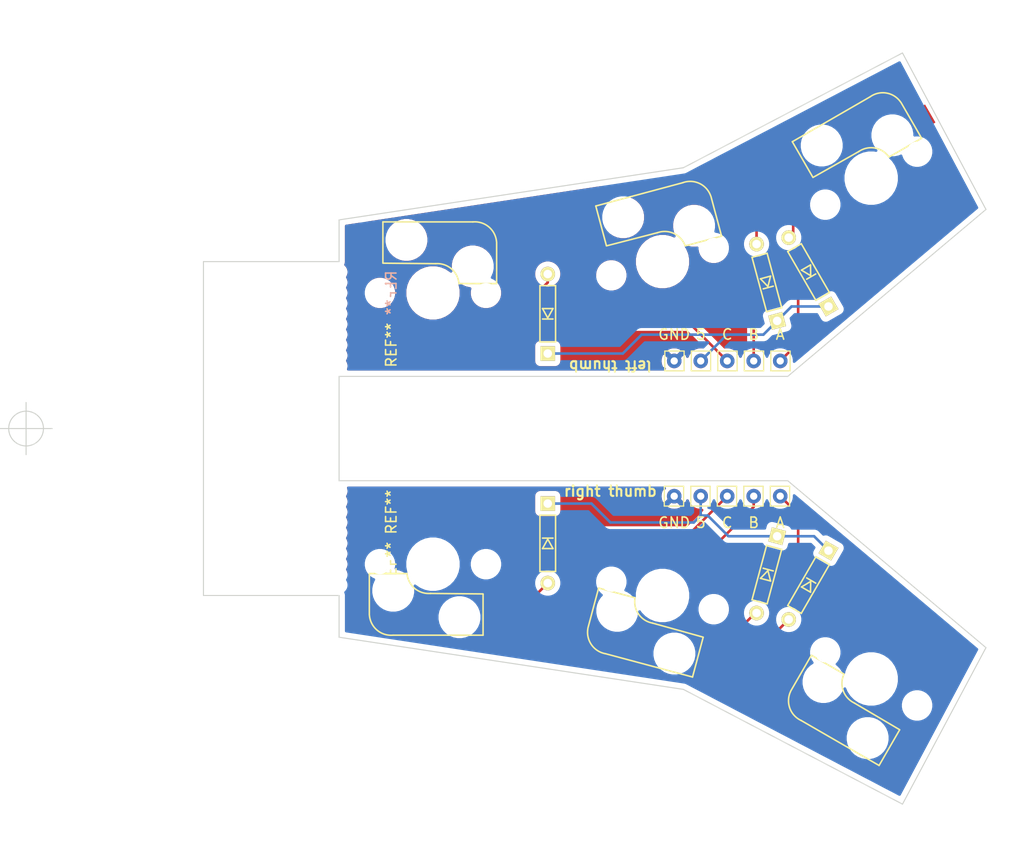
<source format=kicad_pcb>
(kicad_pcb (version 20171130) (host pcbnew 5.1.12)

  (general
    (thickness 1.6)
    (drawings 35)
    (tracks 78)
    (zones 0)
    (modules 26)
    (nets 16)
  )

  (page A4)
  (layers
    (0 F.Cu signal)
    (31 B.Cu signal)
    (32 B.Adhes user)
    (33 F.Adhes user)
    (34 B.Paste user)
    (35 F.Paste user)
    (36 B.SilkS user)
    (37 F.SilkS user)
    (38 B.Mask user)
    (39 F.Mask user)
    (40 Dwgs.User user)
    (41 Cmts.User user)
    (42 Eco1.User user)
    (43 Eco2.User user)
    (44 Edge.Cuts user)
    (45 Margin user)
    (46 B.CrtYd user)
    (47 F.CrtYd user)
    (48 B.Fab user)
    (49 F.Fab user)
  )

  (setup
    (last_trace_width 0.25)
    (trace_clearance 0.2)
    (zone_clearance 0.508)
    (zone_45_only no)
    (trace_min 0.2)
    (via_size 0.8)
    (via_drill 0.4)
    (via_min_size 0.4)
    (via_min_drill 0.3)
    (uvia_size 0.3)
    (uvia_drill 0.1)
    (uvias_allowed no)
    (uvia_min_size 0.2)
    (uvia_min_drill 0.1)
    (edge_width 0.1)
    (segment_width 0.2)
    (pcb_text_width 0.3)
    (pcb_text_size 1.5 1.5)
    (mod_edge_width 0.15)
    (mod_text_size 1 1)
    (mod_text_width 0.15)
    (pad_size 1.4 1.4)
    (pad_drill 0.7)
    (pad_to_mask_clearance 0)
    (aux_axis_origin 0 0)
    (visible_elements FFFFFF7F)
    (pcbplotparams
      (layerselection 0x010fc_ffffffff)
      (usegerberextensions false)
      (usegerberattributes true)
      (usegerberadvancedattributes true)
      (creategerberjobfile true)
      (excludeedgelayer true)
      (linewidth 0.100000)
      (plotframeref false)
      (viasonmask false)
      (mode 1)
      (useauxorigin false)
      (hpglpennumber 1)
      (hpglpenspeed 20)
      (hpglpendiameter 15.000000)
      (psnegative false)
      (psa4output false)
      (plotreference true)
      (plotvalue true)
      (plotinvisibletext false)
      (padsonsilk false)
      (subtractmaskfromsilk false)
      (outputformat 1)
      (mirror false)
      (drillshape 0)
      (scaleselection 1)
      (outputdirectory "../gerber/revF-thumb/"))
  )

  (net 0 "")
  (net 1 "Net-(D_LA5-Pad2)")
  (net 2 "Net-(D_LA5-Pad1)")
  (net 3 "Net-(D_LB5-Pad2)")
  (net 4 "Net-(D_LC5-Pad2)")
  (net 5 "Net-(H_LA1-Pad1)")
  (net 6 "Net-(H_LB1-Pad1)")
  (net 7 "Net-(H_LC1-Pad1)")
  (net 8 GND)
  (net 9 "Net-(D_RA5-Pad1)")
  (net 10 "Net-(D_RA5-Pad2)")
  (net 11 "Net-(D_RB5-Pad2)")
  (net 12 "Net-(D_RC5-Pad2)")
  (net 13 "Net-(H_RA1-Pad1)")
  (net 14 "Net-(H_RB1-Pad1)")
  (net 15 "Net-(H_RC1-Pad1)")

  (net_class Default "これはデフォルトのネット クラスです。"
    (clearance 0.2)
    (trace_width 0.25)
    (via_dia 0.8)
    (via_drill 0.4)
    (uvia_dia 0.3)
    (uvia_drill 0.1)
    (add_net GND)
    (add_net "Net-(D_LA5-Pad1)")
    (add_net "Net-(D_LA5-Pad2)")
    (add_net "Net-(D_LB5-Pad2)")
    (add_net "Net-(D_LC5-Pad2)")
    (add_net "Net-(D_RA5-Pad1)")
    (add_net "Net-(D_RA5-Pad2)")
    (add_net "Net-(D_RB5-Pad2)")
    (add_net "Net-(D_RC5-Pad2)")
    (add_net "Net-(H_LA1-Pad1)")
    (add_net "Net-(H_LB1-Pad1)")
    (add_net "Net-(H_LC1-Pad1)")
    (add_net "Net-(H_RA1-Pad1)")
    (add_net "Net-(H_RB1-Pad1)")
    (add_net "Net-(H_RC1-Pad1)")
  )

  (module local:mouse_bite_5mm (layer F.Cu) (tedit 61A5A0D3) (tstamp 626450C4)
    (at 40 52 90)
    (fp_text reference REF** (at 0 5 90) (layer F.SilkS)
      (effects (font (size 1 1) (thickness 0.15)))
    )
    (fp_text value mouse_bite_5mm (at 0 -5 90) (layer F.Fab)
      (effects (font (size 1 1) (thickness 0.15)))
    )
    (fp_line (start 2.5 -2.5) (end -2.5 -2.5) (layer Eco1.User) (width 0.12))
    (fp_line (start 2.5 2.5) (end 2.5 -2.5) (layer Eco1.User) (width 0.12))
    (fp_line (start -2.5 2.5) (end 2.5 2.5) (layer Eco1.User) (width 0.12))
    (fp_line (start -2.5 -2.5) (end -2.5 2.5) (layer Eco1.User) (width 0.12))
    (pad "" np_thru_hole circle (at 0 0 90) (size 0.6 0.6) (drill 0.6) (layers *.Cu *.Mask))
    (pad "" np_thru_hole circle (at 1 0 90) (size 0.6 0.6) (drill 0.6) (layers *.Cu *.Mask))
    (pad "" np_thru_hole circle (at 2 0 90) (size 0.6 0.6) (drill 0.6) (layers *.Cu *.Mask))
    (pad "" np_thru_hole circle (at -1 0 90) (size 0.6 0.6) (drill 0.6) (layers *.Cu *.Mask))
    (pad "" np_thru_hole circle (at -2 0 90) (size 0.6 0.6) (drill 0.6) (layers *.Cu *.Mask))
  )

  (module local:mouse_bite_5mm (layer F.Cu) (tedit 61A5A0D3) (tstamp 626450C4)
    (at 40 68 90)
    (fp_text reference REF** (at 0 5 90) (layer F.SilkS)
      (effects (font (size 1 1) (thickness 0.15)))
    )
    (fp_text value mouse_bite_5mm (at 0 -5 90) (layer F.Fab)
      (effects (font (size 1 1) (thickness 0.15)))
    )
    (fp_line (start 2.5 -2.5) (end -2.5 -2.5) (layer Eco1.User) (width 0.12))
    (fp_line (start 2.5 2.5) (end 2.5 -2.5) (layer Eco1.User) (width 0.12))
    (fp_line (start -2.5 2.5) (end 2.5 2.5) (layer Eco1.User) (width 0.12))
    (fp_line (start -2.5 -2.5) (end -2.5 2.5) (layer Eco1.User) (width 0.12))
    (pad "" np_thru_hole circle (at 0 0 90) (size 0.6 0.6) (drill 0.6) (layers *.Cu *.Mask))
    (pad "" np_thru_hole circle (at 1 0 90) (size 0.6 0.6) (drill 0.6) (layers *.Cu *.Mask))
    (pad "" np_thru_hole circle (at 2 0 90) (size 0.6 0.6) (drill 0.6) (layers *.Cu *.Mask))
    (pad "" np_thru_hole circle (at -1 0 90) (size 0.6 0.6) (drill 0.6) (layers *.Cu *.Mask))
    (pad "" np_thru_hole circle (at -2 0 90) (size 0.6 0.6) (drill 0.6) (layers *.Cu *.Mask))
  )

  (module local:mouse_bite_5mm (layer B.Cu) (tedit 61A5A0D3) (tstamp 62644CA3)
    (at 40 47 270)
    (fp_text reference REF** (at 0 -5 270) (layer B.SilkS)
      (effects (font (size 1 1) (thickness 0.15)) (justify mirror))
    )
    (fp_text value mouse_bite_5mm (at 0 5 270) (layer B.Fab)
      (effects (font (size 1 1) (thickness 0.15)) (justify mirror))
    )
    (fp_line (start 2.5 2.5) (end -2.5 2.5) (layer Eco1.User) (width 0.12))
    (fp_line (start 2.5 -2.5) (end 2.5 2.5) (layer Eco1.User) (width 0.12))
    (fp_line (start -2.5 -2.5) (end 2.5 -2.5) (layer Eco1.User) (width 0.12))
    (fp_line (start -2.5 2.5) (end -2.5 -2.5) (layer Eco1.User) (width 0.12))
    (pad "" np_thru_hole circle (at 0 0 270) (size 0.6 0.6) (drill 0.6) (layers *.Cu *.Mask))
    (pad "" np_thru_hole circle (at 1 0 270) (size 0.6 0.6) (drill 0.6) (layers *.Cu *.Mask))
    (pad "" np_thru_hole circle (at 2 0 270) (size 0.6 0.6) (drill 0.6) (layers *.Cu *.Mask))
    (pad "" np_thru_hole circle (at -1 0 270) (size 0.6 0.6) (drill 0.6) (layers *.Cu *.Mask))
    (pad "" np_thru_hole circle (at -2 0 270) (size 0.6 0.6) (drill 0.6) (layers *.Cu *.Mask))
  )

  (module local:D_TH (layer F.Cu) (tedit 61A25446) (tstamp 62644C94)
    (at 60 49 90)
    (descr "Resitance 3 pas")
    (tags R)
    (path /61A37E86)
    (autoplace_cost180 10)
    (fp_text reference D_LC5 (at 0.55 0 270) (layer F.Fab) hide
      (effects (font (size 0.5 0.5) (thickness 0.125)))
    )
    (fp_text value D_C5 (at -0.55 0 270) (layer F.Fab) hide
      (effects (font (size 0.5 0.5) (thickness 0.125)))
    )
    (fp_line (start 2.7 0.75) (end 2.7 -0.75) (layer F.SilkS) (width 0.15))
    (fp_line (start -2.7 0.75) (end 2.7 0.75) (layer F.SilkS) (width 0.15))
    (fp_line (start -2.7 -0.75) (end -2.7 0.75) (layer F.SilkS) (width 0.15))
    (fp_line (start 2.7 -0.75) (end -2.7 -0.75) (layer F.SilkS) (width 0.15))
    (fp_line (start -0.5 -0.5) (end -0.5 0.5) (layer F.SilkS) (width 0.15))
    (fp_line (start 0.5 0.5) (end -0.4 0) (layer F.SilkS) (width 0.15))
    (fp_line (start 0.5 -0.5) (end 0.5 0.5) (layer F.SilkS) (width 0.15))
    (fp_line (start -0.4 0) (end 0.5 -0.5) (layer F.SilkS) (width 0.15))
    (pad 2 thru_hole circle (at 3.81 0 90) (size 1.397 1.397) (drill 0.8128) (layers *.Cu *.Mask F.SilkS)
      (net 4 "Net-(D_LC5-Pad2)"))
    (pad 1 thru_hole rect (at -3.81 0 90) (size 1.397 1.397) (drill 0.8128) (layers *.Cu *.Mask F.SilkS)
      (net 2 "Net-(D_LA5-Pad1)"))
    (model Diodes_SMD.3dshapes/SMB_Handsoldering.wrl
      (at (xyz 0 0 0))
      (scale (xyz 0.22 0.15 0.15))
      (rotate (xyz 0 0 180))
    )
  )

  (module local:CherryMX_Hotswap (layer B.Cu) (tedit 61A26F54) (tstamp 62644C76)
    (at 49 47 180)
    (path /61A2FE9B)
    (fp_text reference SW_LC5 (at 7.1 -8.2) (layer B.SilkS) hide
      (effects (font (size 1 1) (thickness 0.15)) (justify mirror))
    )
    (fp_text value SW_PUSH-foostan (at -4.8 -8.3) (layer B.Fab) hide
      (effects (font (size 1 1) (thickness 0.15)) (justify mirror))
    )
    (fp_line (start -7 -7) (end -6 -7) (layer Dwgs.User) (width 0.15))
    (fp_line (start 7 7) (end 7 6) (layer Dwgs.User) (width 0.15))
    (fp_line (start -7 7) (end -6 7) (layer Dwgs.User) (width 0.15))
    (fp_line (start 7 -7) (end 7 -6) (layer Dwgs.User) (width 0.15))
    (fp_line (start 6 -7) (end 7 -7) (layer Dwgs.User) (width 0.15))
    (fp_line (start -7 -6) (end -7 -7) (layer Dwgs.User) (width 0.15))
    (fp_line (start 7 7) (end 6 7) (layer Dwgs.User) (width 0.15))
    (fp_line (start -7 6) (end -7 7) (layer Dwgs.User) (width 0.15))
    (fp_line (start -9.5 -9.5) (end -9.5 9.5) (layer Dwgs.User) (width 0.15))
    (fp_line (start 9.5 -9.5) (end -9.5 -9.5) (layer Dwgs.User) (width 0.15))
    (fp_line (start 9.5 9.5) (end 9.5 -9.5) (layer Dwgs.User) (width 0.15))
    (fp_line (start -9.5 9.5) (end 9.5 9.5) (layer Dwgs.User) (width 0.15))
    (fp_line (start 4.8 2.85) (end -0.25 2.804) (layer F.SilkS) (width 0.15))
    (fp_line (start 4.8 6.804) (end -3.825 6.804) (layer F.SilkS) (width 0.15))
    (fp_line (start -6.1 4.85) (end -6.1 0.905) (layer F.SilkS) (width 0.15))
    (fp_line (start 4.8 2.896) (end 4.8 6.804) (layer F.SilkS) (width 0.15))
    (fp_line (start -6.1 0.896) (end -2.49 0.896) (layer F.SilkS) (width 0.15))
    (fp_arc (start -0.415 0.73) (end -0.225 2.8) (angle 90) (layer F.SilkS) (width 0.15))
    (fp_arc (start -4.015 4.73) (end -3.825 6.804) (angle 90) (layer F.SilkS) (width 0.15))
    (pad 2 smd rect (at -7 2.54) (size 2 2) (layers F.Cu F.Paste F.Mask)
      (net 7 "Net-(H_LC1-Pad1)"))
    (pad "" np_thru_hole circle (at 0 0 90) (size 4.1 4.1) (drill 4.1) (layers *.Cu *.Mask))
    (pad "" np_thru_hole circle (at 5.08 0 180) (size 1.9 1.9) (drill 1.9) (layers *.Cu *.Mask))
    (pad "" np_thru_hole circle (at -5.08 0 180) (size 1.9 1.9) (drill 1.9) (layers *.Cu *.Mask))
    (pad 1 smd rect (at 5.7 5.08) (size 2 2) (layers F.Cu F.Paste F.Mask)
      (net 4 "Net-(D_LC5-Pad2)"))
    (pad "" np_thru_hole circle (at -3.81 2.54 180) (size 3 3) (drill 3) (layers *.Cu *.Mask))
    (pad "" np_thru_hole circle (at 2.54 5.08 180) (size 3 3) (drill 3) (layers *.Cu *.Mask))
    (model /Users/foostan/src/github.com/foostan/kbd/kicad-packages3D/kbd.3dshapes/Kailh-CherryMX-Socket.step
      (offset (xyz -1.3 7.6 -3.6))
      (scale (xyz 1 1 1))
      (rotate (xyz 0 0 180))
    )
  )

  (module local:Pin_D0.7mm (layer F.Cu) (tedit 61A2FA53) (tstamp 62644C69)
    (at 74.66 53.52 180)
    (descr "solder Pin_ with flat fork, hole diameter 0.7mm, length 6.5mm, width 1.8mm")
    (tags "solder Pin_ with flat fork")
    (path /61A27B42)
    (fp_text reference H_L5 (at 0 -3.81) (layer F.Fab)
      (effects (font (size 0.8 0.8) (thickness 0.15)))
    )
    (fp_text value 5 (at 0 2.54) (layer F.SilkS)
      (effects (font (size 1 1) (thickness 0.15)))
    )
    (fp_line (start -0.95 -0.95) (end -0.95 0.95) (layer F.SilkS) (width 0.12))
    (fp_line (start -0.95 0.95) (end 0.9 0.95) (layer F.SilkS) (width 0.12))
    (fp_line (start 0.9 0.95) (end 0.9 -0.9) (layer F.SilkS) (width 0.12))
    (fp_line (start 0.9 -0.9) (end 0.9 -0.95) (layer F.SilkS) (width 0.12))
    (fp_line (start 0.9 -0.95) (end -0.95 -0.95) (layer F.SilkS) (width 0.12))
    (fp_line (start -0.9 -0.25) (end 0.85 -0.25) (layer F.Fab) (width 0.12))
    (fp_line (start 0.85 -0.25) (end 0.85 0.25) (layer F.Fab) (width 0.12))
    (fp_line (start 0.85 0.25) (end -0.9 0.25) (layer F.Fab) (width 0.12))
    (fp_line (start -0.9 0.25) (end -0.9 -0.25) (layer F.Fab) (width 0.12))
    (pad 1 thru_hole circle (at 0 0 180) (size 1.4 1.4) (drill 0.7) (layers *.Cu *.Mask)
      (net 2 "Net-(D_LA5-Pad1)"))
    (model ${KISYS3DMOD}/Connector_Pin.3dshapes/Pin_D0.7mm_L6.5mm_W1.8mm_FlatFork.wrl
      (at (xyz 0 0 0))
      (scale (xyz 1 1 1))
      (rotate (xyz 0 0 0))
    )
  )

  (module local:CherryMX_Hotswap (layer B.Cu) (tedit 61A26F54) (tstamp 62644C4B)
    (at 71 44 195)
    (path /61A2B094)
    (fp_text reference SW_LB5 (at 7.1 -8.200001 15) (layer B.SilkS) hide
      (effects (font (size 1 1) (thickness 0.15)) (justify mirror))
    )
    (fp_text value SW_PUSH-foostan (at -4.8 -8.3 15) (layer B.Fab) hide
      (effects (font (size 1 1) (thickness 0.15)) (justify mirror))
    )
    (fp_line (start -6.1 0.896) (end -2.49 0.896) (layer F.SilkS) (width 0.15))
    (fp_line (start 4.8 2.896) (end 4.8 6.804) (layer F.SilkS) (width 0.15))
    (fp_line (start -6.1 4.85) (end -6.1 0.905) (layer F.SilkS) (width 0.15))
    (fp_line (start 4.8 6.804) (end -3.825 6.804) (layer F.SilkS) (width 0.15))
    (fp_line (start 4.8 2.85) (end -0.25 2.804) (layer F.SilkS) (width 0.15))
    (fp_line (start -9.5 9.5) (end 9.5 9.5) (layer Dwgs.User) (width 0.15))
    (fp_line (start 9.5 9.5) (end 9.5 -9.5) (layer Dwgs.User) (width 0.15))
    (fp_line (start 9.5 -9.5) (end -9.5 -9.5) (layer Dwgs.User) (width 0.15))
    (fp_line (start -9.5 -9.5) (end -9.5 9.5) (layer Dwgs.User) (width 0.15))
    (fp_line (start -7 6) (end -7 7) (layer Dwgs.User) (width 0.15))
    (fp_line (start 7 7) (end 6 7) (layer Dwgs.User) (width 0.15))
    (fp_line (start -7 -6) (end -7 -7) (layer Dwgs.User) (width 0.15))
    (fp_line (start 6 -7) (end 7 -7) (layer Dwgs.User) (width 0.15))
    (fp_line (start 7 -7) (end 7 -6) (layer Dwgs.User) (width 0.15))
    (fp_line (start -7 7) (end -6 7) (layer Dwgs.User) (width 0.15))
    (fp_line (start 7 7) (end 7 6) (layer Dwgs.User) (width 0.15))
    (fp_line (start -7 -7) (end -6 -7) (layer Dwgs.User) (width 0.15))
    (fp_arc (start -4.015 4.73) (end -3.825 6.804) (angle 90) (layer F.SilkS) (width 0.15))
    (fp_arc (start -0.415 0.73) (end -0.225 2.8) (angle 90) (layer F.SilkS) (width 0.15))
    (pad "" np_thru_hole circle (at 2.54 5.08 195) (size 3 3) (drill 3) (layers *.Cu *.Mask))
    (pad "" np_thru_hole circle (at -3.81 2.54 195) (size 3 3) (drill 3) (layers *.Cu *.Mask))
    (pad 1 smd rect (at 5.7 5.08 15) (size 2 2) (layers F.Cu F.Paste F.Mask)
      (net 3 "Net-(D_LB5-Pad2)"))
    (pad "" np_thru_hole circle (at -5.08 0 195) (size 1.9 1.9) (drill 1.9) (layers *.Cu *.Mask))
    (pad "" np_thru_hole circle (at 5.08 0 195) (size 1.9 1.9) (drill 1.9) (layers *.Cu *.Mask))
    (pad "" np_thru_hole circle (at 0 0 105) (size 4.1 4.1) (drill 4.1) (layers *.Cu *.Mask))
    (pad 2 smd rect (at -7 2.54 15) (size 2 2) (layers F.Cu F.Paste F.Mask)
      (net 6 "Net-(H_LB1-Pad1)"))
    (model /Users/foostan/src/github.com/foostan/kbd/kicad-packages3D/kbd.3dshapes/Kailh-CherryMX-Socket.step
      (offset (xyz -1.3 7.6 -3.6))
      (scale (xyz 1 1 1))
      (rotate (xyz 0 0 180))
    )
  )

  (module local:CherryMX_Hotswap (layer B.Cu) (tedit 61A26F54) (tstamp 62644C2D)
    (at 91 36 210)
    (path /61A293DD)
    (fp_text reference SW_LA5 (at 7.1 -8.2 30) (layer B.SilkS) hide
      (effects (font (size 1 1) (thickness 0.15)) (justify mirror))
    )
    (fp_text value SW_PUSH-foostan (at -4.8 -8.3 30) (layer B.Fab) hide
      (effects (font (size 1 1) (thickness 0.15)) (justify mirror))
    )
    (fp_line (start -6.1 0.896) (end -2.49 0.896) (layer F.SilkS) (width 0.15))
    (fp_line (start 4.8 2.896) (end 4.8 6.804) (layer F.SilkS) (width 0.15))
    (fp_line (start -6.1 4.85) (end -6.1 0.905) (layer F.SilkS) (width 0.15))
    (fp_line (start 4.8 6.804) (end -3.825 6.804) (layer F.SilkS) (width 0.15))
    (fp_line (start 4.8 2.85) (end -0.25 2.804) (layer F.SilkS) (width 0.15))
    (fp_line (start -9.5 9.5) (end 9.5 9.5) (layer Dwgs.User) (width 0.15))
    (fp_line (start 9.5 9.5) (end 9.5 -9.5) (layer Dwgs.User) (width 0.15))
    (fp_line (start 9.5 -9.5) (end -9.5 -9.5) (layer Dwgs.User) (width 0.15))
    (fp_line (start -9.5 -9.5) (end -9.5 9.5) (layer Dwgs.User) (width 0.15))
    (fp_line (start -7 6) (end -7 7) (layer Dwgs.User) (width 0.15))
    (fp_line (start 7 7) (end 6 7) (layer Dwgs.User) (width 0.15))
    (fp_line (start -7 -6) (end -7 -7) (layer Dwgs.User) (width 0.15))
    (fp_line (start 6 -7) (end 7 -7) (layer Dwgs.User) (width 0.15))
    (fp_line (start 7 -7) (end 7 -6) (layer Dwgs.User) (width 0.15))
    (fp_line (start -7 7) (end -6 7) (layer Dwgs.User) (width 0.15))
    (fp_line (start 7 7) (end 7 6) (layer Dwgs.User) (width 0.15))
    (fp_line (start -7 -7) (end -6 -7) (layer Dwgs.User) (width 0.15))
    (fp_arc (start -4.015 4.73) (end -3.825 6.804) (angle 90) (layer F.SilkS) (width 0.15))
    (fp_arc (start -0.415 0.73) (end -0.225 2.8) (angle 90) (layer F.SilkS) (width 0.15))
    (pad "" np_thru_hole circle (at 2.54 5.08 210) (size 3 3) (drill 3) (layers *.Cu *.Mask))
    (pad "" np_thru_hole circle (at -3.81 2.54 210) (size 3 3) (drill 3) (layers *.Cu *.Mask))
    (pad 1 smd rect (at 5.7 5.08 30) (size 2 2) (layers F.Cu F.Paste F.Mask)
      (net 1 "Net-(D_LA5-Pad2)"))
    (pad "" np_thru_hole circle (at -5.08 0 210) (size 1.9 1.9) (drill 1.9) (layers *.Cu *.Mask))
    (pad "" np_thru_hole circle (at 5.08 0 210) (size 1.9 1.9) (drill 1.9) (layers *.Cu *.Mask))
    (pad "" np_thru_hole circle (at 0 0 120) (size 4.1 4.1) (drill 4.1) (layers *.Cu *.Mask))
    (pad 2 smd rect (at -7 2.54 30) (size 2 2) (layers F.Cu F.Paste F.Mask)
      (net 5 "Net-(H_LA1-Pad1)"))
    (model /Users/foostan/src/github.com/foostan/kbd/kicad-packages3D/kbd.3dshapes/Kailh-CherryMX-Socket.step
      (offset (xyz -1.3 7.6 -3.6))
      (scale (xyz 1 1 1))
      (rotate (xyz 0 0 180))
    )
  )

  (module local:Pin_D0.7mm (layer F.Cu) (tedit 61A2FA53) (tstamp 62644C1A)
    (at 82.28 53.52 180)
    (descr "solder Pin_ with flat fork, hole diameter 0.7mm, length 6.5mm, width 1.8mm")
    (tags "solder Pin_ with flat fork")
    (path /61A275B8)
    (fp_text reference H_LA1 (at 0 -3.81) (layer F.Fab)
      (effects (font (size 0.8 0.8) (thickness 0.15)))
    )
    (fp_text value A (at 0 2.54) (layer F.SilkS)
      (effects (font (size 1 1) (thickness 0.15)))
    )
    (fp_line (start -0.95 -0.95) (end -0.95 0.95) (layer F.SilkS) (width 0.12))
    (fp_line (start -0.95 0.95) (end 0.9 0.95) (layer F.SilkS) (width 0.12))
    (fp_line (start 0.9 0.95) (end 0.9 -0.9) (layer F.SilkS) (width 0.12))
    (fp_line (start 0.9 -0.9) (end 0.9 -0.95) (layer F.SilkS) (width 0.12))
    (fp_line (start 0.9 -0.95) (end -0.95 -0.95) (layer F.SilkS) (width 0.12))
    (fp_line (start -0.9 -0.25) (end 0.85 -0.25) (layer F.Fab) (width 0.12))
    (fp_line (start 0.85 -0.25) (end 0.85 0.25) (layer F.Fab) (width 0.12))
    (fp_line (start 0.85 0.25) (end -0.9 0.25) (layer F.Fab) (width 0.12))
    (fp_line (start -0.9 0.25) (end -0.9 -0.25) (layer F.Fab) (width 0.12))
    (pad 1 thru_hole circle (at 0 0 180) (size 1.4 1.4) (drill 0.7) (layers *.Cu *.Mask)
      (net 5 "Net-(H_LA1-Pad1)"))
    (model ${KISYS3DMOD}/Connector_Pin.3dshapes/Pin_D0.7mm_L6.5mm_W1.8mm_FlatFork.wrl
      (at (xyz 0 0 0))
      (scale (xyz 1 1 1))
      (rotate (xyz 0 0 0))
    )
  )

  (module local:Pin_D0.7mm (layer F.Cu) (tedit 61A2FA53) (tstamp 62644C0D)
    (at 72.12 53.52 180)
    (descr "solder Pin_ with flat fork, hole diameter 0.7mm, length 6.5mm, width 1.8mm")
    (tags "solder Pin_ with flat fork")
    (path /61A27F0E)
    (fp_text reference H_LGND1 (at 0 -3.81) (layer F.Fab)
      (effects (font (size 0.8 0.8) (thickness 0.15)))
    )
    (fp_text value GND (at 0 2.54) (layer F.SilkS)
      (effects (font (size 1 1) (thickness 0.15)))
    )
    (fp_line (start -0.95 -0.95) (end -0.95 0.95) (layer F.SilkS) (width 0.12))
    (fp_line (start -0.95 0.95) (end 0.9 0.95) (layer F.SilkS) (width 0.12))
    (fp_line (start 0.9 0.95) (end 0.9 -0.9) (layer F.SilkS) (width 0.12))
    (fp_line (start 0.9 -0.9) (end 0.9 -0.95) (layer F.SilkS) (width 0.12))
    (fp_line (start 0.9 -0.95) (end -0.95 -0.95) (layer F.SilkS) (width 0.12))
    (fp_line (start -0.9 -0.25) (end 0.85 -0.25) (layer F.Fab) (width 0.12))
    (fp_line (start 0.85 -0.25) (end 0.85 0.25) (layer F.Fab) (width 0.12))
    (fp_line (start 0.85 0.25) (end -0.9 0.25) (layer F.Fab) (width 0.12))
    (fp_line (start -0.9 0.25) (end -0.9 -0.25) (layer F.Fab) (width 0.12))
    (pad 1 thru_hole circle (at 0 0 180) (size 1.4 1.4) (drill 0.7) (layers *.Cu *.Mask)
      (net 8 GND))
    (model ${KISYS3DMOD}/Connector_Pin.3dshapes/Pin_D0.7mm_L6.5mm_W1.8mm_FlatFork.wrl
      (at (xyz 0 0 0))
      (scale (xyz 1 1 1))
      (rotate (xyz 0 0 0))
    )
  )

  (module local:D_TH (layer F.Cu) (tedit 61A25446) (tstamp 62644C00)
    (at 81 46 105)
    (descr "Resitance 3 pas")
    (tags R)
    (path /61A3850D)
    (autoplace_cost180 10)
    (fp_text reference D_LB5 (at 0.55 0 285) (layer F.Fab) hide
      (effects (font (size 0.5 0.5) (thickness 0.125)))
    )
    (fp_text value D_B5 (at -0.55 0 285) (layer F.Fab) hide
      (effects (font (size 0.5 0.5) (thickness 0.125)))
    )
    (fp_line (start -0.4 0) (end 0.5 -0.5) (layer F.SilkS) (width 0.15))
    (fp_line (start 0.5 -0.5) (end 0.5 0.5) (layer F.SilkS) (width 0.15))
    (fp_line (start 0.5 0.5) (end -0.4 0) (layer F.SilkS) (width 0.15))
    (fp_line (start -0.5 -0.5) (end -0.5 0.5) (layer F.SilkS) (width 0.15))
    (fp_line (start 2.7 -0.75) (end -2.7 -0.75) (layer F.SilkS) (width 0.15))
    (fp_line (start -2.7 -0.75) (end -2.7 0.75) (layer F.SilkS) (width 0.15))
    (fp_line (start -2.7 0.75) (end 2.7 0.75) (layer F.SilkS) (width 0.15))
    (fp_line (start 2.7 0.75) (end 2.7 -0.75) (layer F.SilkS) (width 0.15))
    (pad 1 thru_hole rect (at -3.81 0 105) (size 1.397 1.397) (drill 0.8128) (layers *.Cu *.Mask F.SilkS)
      (net 2 "Net-(D_LA5-Pad1)"))
    (pad 2 thru_hole circle (at 3.81 0 105) (size 1.397 1.397) (drill 0.8128) (layers *.Cu *.Mask F.SilkS)
      (net 3 "Net-(D_LB5-Pad2)"))
    (model Diodes_SMD.3dshapes/SMB_Handsoldering.wrl
      (at (xyz 0 0 0))
      (scale (xyz 0.22 0.15 0.15))
      (rotate (xyz 0 0 180))
    )
  )

  (module local:D_TH (layer F.Cu) (tedit 61A25446) (tstamp 62644BF3)
    (at 85 45 120)
    (descr "Resitance 3 pas")
    (tags R)
    (path /61A38A85)
    (autoplace_cost180 10)
    (fp_text reference D_LA5 (at 0.55 0 300) (layer F.Fab) hide
      (effects (font (size 0.5 0.5) (thickness 0.125)))
    )
    (fp_text value D_A5 (at -0.55 0 300) (layer F.Fab) hide
      (effects (font (size 0.5 0.5) (thickness 0.125)))
    )
    (fp_line (start 2.7 0.75) (end 2.7 -0.75) (layer F.SilkS) (width 0.15))
    (fp_line (start -2.7 0.75) (end 2.7 0.75) (layer F.SilkS) (width 0.15))
    (fp_line (start -2.7 -0.75) (end -2.7 0.75) (layer F.SilkS) (width 0.15))
    (fp_line (start 2.7 -0.75) (end -2.7 -0.75) (layer F.SilkS) (width 0.15))
    (fp_line (start -0.5 -0.5) (end -0.5 0.5) (layer F.SilkS) (width 0.15))
    (fp_line (start 0.5 0.5) (end -0.4 0) (layer F.SilkS) (width 0.15))
    (fp_line (start 0.5 -0.5) (end 0.5 0.5) (layer F.SilkS) (width 0.15))
    (fp_line (start -0.4 0) (end 0.5 -0.5) (layer F.SilkS) (width 0.15))
    (pad 2 thru_hole circle (at 3.81 0 120) (size 1.397 1.397) (drill 0.8128) (layers *.Cu *.Mask F.SilkS)
      (net 1 "Net-(D_LA5-Pad2)"))
    (pad 1 thru_hole rect (at -3.81 0 120) (size 1.397 1.397) (drill 0.8128) (layers *.Cu *.Mask F.SilkS)
      (net 2 "Net-(D_LA5-Pad1)"))
    (model Diodes_SMD.3dshapes/SMB_Handsoldering.wrl
      (at (xyz 0 0 0))
      (scale (xyz 0.22 0.15 0.15))
      (rotate (xyz 0 0 180))
    )
  )

  (module local:Pin_D0.7mm (layer F.Cu) (tedit 61A2FA53) (tstamp 62644BE6)
    (at 79.74 53.52 180)
    (descr "solder Pin_ with flat fork, hole diameter 0.7mm, length 6.5mm, width 1.8mm")
    (tags "solder Pin_ with flat fork")
    (path /61A25B2F)
    (fp_text reference H_LB1 (at 0 -3.81) (layer F.Fab)
      (effects (font (size 0.8 0.8) (thickness 0.15)))
    )
    (fp_text value B (at 0 2.54) (layer F.SilkS)
      (effects (font (size 1 1) (thickness 0.15)))
    )
    (fp_line (start -0.95 -0.95) (end -0.95 0.95) (layer F.SilkS) (width 0.12))
    (fp_line (start -0.95 0.95) (end 0.9 0.95) (layer F.SilkS) (width 0.12))
    (fp_line (start 0.9 0.95) (end 0.9 -0.9) (layer F.SilkS) (width 0.12))
    (fp_line (start 0.9 -0.9) (end 0.9 -0.95) (layer F.SilkS) (width 0.12))
    (fp_line (start 0.9 -0.95) (end -0.95 -0.95) (layer F.SilkS) (width 0.12))
    (fp_line (start -0.9 -0.25) (end 0.85 -0.25) (layer F.Fab) (width 0.12))
    (fp_line (start 0.85 -0.25) (end 0.85 0.25) (layer F.Fab) (width 0.12))
    (fp_line (start 0.85 0.25) (end -0.9 0.25) (layer F.Fab) (width 0.12))
    (fp_line (start -0.9 0.25) (end -0.9 -0.25) (layer F.Fab) (width 0.12))
    (pad 1 thru_hole circle (at 0 0 180) (size 1.4 1.4) (drill 0.7) (layers *.Cu *.Mask)
      (net 6 "Net-(H_LB1-Pad1)"))
    (model ${KISYS3DMOD}/Connector_Pin.3dshapes/Pin_D0.7mm_L6.5mm_W1.8mm_FlatFork.wrl
      (at (xyz 0 0 0))
      (scale (xyz 1 1 1))
      (rotate (xyz 0 0 0))
    )
  )

  (module local:Pin_D0.7mm (layer F.Cu) (tedit 61A2FA53) (tstamp 62644BD9)
    (at 77.2 53.52 180)
    (descr "solder Pin_ with flat fork, hole diameter 0.7mm, length 6.5mm, width 1.8mm")
    (tags "solder Pin_ with flat fork")
    (path /61A26894)
    (fp_text reference H_LC1 (at 0 -3.81) (layer F.Fab)
      (effects (font (size 0.8 0.8) (thickness 0.15)))
    )
    (fp_text value C (at 0 2.54) (layer F.SilkS)
      (effects (font (size 1 1) (thickness 0.15)))
    )
    (fp_line (start -0.95 -0.95) (end -0.95 0.95) (layer F.SilkS) (width 0.12))
    (fp_line (start -0.95 0.95) (end 0.9 0.95) (layer F.SilkS) (width 0.12))
    (fp_line (start 0.9 0.95) (end 0.9 -0.9) (layer F.SilkS) (width 0.12))
    (fp_line (start 0.9 -0.9) (end 0.9 -0.95) (layer F.SilkS) (width 0.12))
    (fp_line (start 0.9 -0.95) (end -0.95 -0.95) (layer F.SilkS) (width 0.12))
    (fp_line (start -0.9 -0.25) (end 0.85 -0.25) (layer F.Fab) (width 0.12))
    (fp_line (start 0.85 -0.25) (end 0.85 0.25) (layer F.Fab) (width 0.12))
    (fp_line (start 0.85 0.25) (end -0.9 0.25) (layer F.Fab) (width 0.12))
    (fp_line (start -0.9 0.25) (end -0.9 -0.25) (layer F.Fab) (width 0.12))
    (pad 1 thru_hole circle (at 0 0 180) (size 1.4 1.4) (drill 0.7) (layers *.Cu *.Mask)
      (net 7 "Net-(H_LC1-Pad1)"))
    (model ${KISYS3DMOD}/Connector_Pin.3dshapes/Pin_D0.7mm_L6.5mm_W1.8mm_FlatFork.wrl
      (at (xyz 0 0 0))
      (scale (xyz 1 1 1))
      (rotate (xyz 0 0 0))
    )
  )

  (module local:mouse_bite_5mm (layer F.Cu) (tedit 61A5A0D3) (tstamp 6264484A)
    (at 40 73 90)
    (fp_text reference REF** (at 0 5 90) (layer F.SilkS)
      (effects (font (size 1 1) (thickness 0.15)))
    )
    (fp_text value mouse_bite_5mm (at 0 -5 90) (layer F.Fab)
      (effects (font (size 1 1) (thickness 0.15)))
    )
    (fp_line (start 2.5 -2.5) (end -2.5 -2.5) (layer Eco1.User) (width 0.12))
    (fp_line (start 2.5 2.5) (end 2.5 -2.5) (layer Eco1.User) (width 0.12))
    (fp_line (start -2.5 2.5) (end 2.5 2.5) (layer Eco1.User) (width 0.12))
    (fp_line (start -2.5 -2.5) (end -2.5 2.5) (layer Eco1.User) (width 0.12))
    (pad "" np_thru_hole circle (at -2 0 90) (size 0.6 0.6) (drill 0.6) (layers *.Cu *.Mask))
    (pad "" np_thru_hole circle (at -1 0 90) (size 0.6 0.6) (drill 0.6) (layers *.Cu *.Mask))
    (pad "" np_thru_hole circle (at 2 0 90) (size 0.6 0.6) (drill 0.6) (layers *.Cu *.Mask))
    (pad "" np_thru_hole circle (at 1 0 90) (size 0.6 0.6) (drill 0.6) (layers *.Cu *.Mask))
    (pad "" np_thru_hole circle (at 0 0 90) (size 0.6 0.6) (drill 0.6) (layers *.Cu *.Mask))
  )

  (module local:Pin_D0.7mm (layer F.Cu) (tedit 61A2FA53) (tstamp 61A3566C)
    (at 74.66 66.48)
    (descr "solder Pin_ with flat fork, hole diameter 0.7mm, length 6.5mm, width 1.8mm")
    (tags "solder Pin_ with flat fork")
    (path /61A3E0B1)
    (fp_text reference H_R5 (at 0 -3.81) (layer F.Fab)
      (effects (font (size 0.8 0.8) (thickness 0.15)))
    )
    (fp_text value 5 (at 0 2.54) (layer F.SilkS)
      (effects (font (size 1 1) (thickness 0.15)))
    )
    (fp_line (start -0.95 -0.95) (end -0.95 0.95) (layer F.SilkS) (width 0.12))
    (fp_line (start -0.95 0.95) (end 0.9 0.95) (layer F.SilkS) (width 0.12))
    (fp_line (start 0.9 0.95) (end 0.9 -0.9) (layer F.SilkS) (width 0.12))
    (fp_line (start 0.9 -0.9) (end 0.9 -0.95) (layer F.SilkS) (width 0.12))
    (fp_line (start 0.9 -0.95) (end -0.95 -0.95) (layer F.SilkS) (width 0.12))
    (fp_line (start -0.9 -0.25) (end 0.85 -0.25) (layer F.Fab) (width 0.12))
    (fp_line (start 0.85 -0.25) (end 0.85 0.25) (layer F.Fab) (width 0.12))
    (fp_line (start 0.85 0.25) (end -0.9 0.25) (layer F.Fab) (width 0.12))
    (fp_line (start -0.9 0.25) (end -0.9 -0.25) (layer F.Fab) (width 0.12))
    (pad 1 thru_hole circle (at 0 0) (size 1.4 1.4) (drill 0.7) (layers *.Cu *.Mask)
      (net 9 "Net-(D_RA5-Pad1)"))
    (model ${KISYS3DMOD}/Connector_Pin.3dshapes/Pin_D0.7mm_L6.5mm_W1.8mm_FlatFork.wrl
      (at (xyz 0 0 0))
      (scale (xyz 1 1 1))
      (rotate (xyz 0 0 0))
    )
  )

  (module local:Pin_D0.7mm (layer F.Cu) (tedit 61A2FA53) (tstamp 61A3567A)
    (at 82.28 66.48)
    (descr "solder Pin_ with flat fork, hole diameter 0.7mm, length 6.5mm, width 1.8mm")
    (tags "solder Pin_ with flat fork")
    (path /61A3DFC3)
    (fp_text reference H_RA1 (at 0 -3.81) (layer F.Fab)
      (effects (font (size 0.8 0.8) (thickness 0.15)))
    )
    (fp_text value A (at 0 2.54) (layer F.SilkS)
      (effects (font (size 1 1) (thickness 0.15)))
    )
    (fp_line (start -0.95 -0.95) (end -0.95 0.95) (layer F.SilkS) (width 0.12))
    (fp_line (start -0.95 0.95) (end 0.9 0.95) (layer F.SilkS) (width 0.12))
    (fp_line (start 0.9 0.95) (end 0.9 -0.9) (layer F.SilkS) (width 0.12))
    (fp_line (start 0.9 -0.9) (end 0.9 -0.95) (layer F.SilkS) (width 0.12))
    (fp_line (start 0.9 -0.95) (end -0.95 -0.95) (layer F.SilkS) (width 0.12))
    (fp_line (start -0.9 -0.25) (end 0.85 -0.25) (layer F.Fab) (width 0.12))
    (fp_line (start 0.85 -0.25) (end 0.85 0.25) (layer F.Fab) (width 0.12))
    (fp_line (start 0.85 0.25) (end -0.9 0.25) (layer F.Fab) (width 0.12))
    (fp_line (start -0.9 0.25) (end -0.9 -0.25) (layer F.Fab) (width 0.12))
    (pad 1 thru_hole circle (at 0 0) (size 1.4 1.4) (drill 0.7) (layers *.Cu *.Mask)
      (net 13 "Net-(H_RA1-Pad1)"))
    (model ${KISYS3DMOD}/Connector_Pin.3dshapes/Pin_D0.7mm_L6.5mm_W1.8mm_FlatFork.wrl
      (at (xyz 0 0 0))
      (scale (xyz 1 1 1))
      (rotate (xyz 0 0 0))
    )
  )

  (module local:Pin_D0.7mm (layer F.Cu) (tedit 61A2FA53) (tstamp 61A35688)
    (at 79.74 66.48)
    (descr "solder Pin_ with flat fork, hole diameter 0.7mm, length 6.5mm, width 1.8mm")
    (tags "solder Pin_ with flat fork")
    (path /61A3E093)
    (fp_text reference H_RB1 (at 0 -3.81) (layer F.Fab)
      (effects (font (size 0.8 0.8) (thickness 0.15)))
    )
    (fp_text value B (at 0 2.54) (layer F.SilkS)
      (effects (font (size 1 1) (thickness 0.15)))
    )
    (fp_line (start -0.95 -0.95) (end -0.95 0.95) (layer F.SilkS) (width 0.12))
    (fp_line (start -0.95 0.95) (end 0.9 0.95) (layer F.SilkS) (width 0.12))
    (fp_line (start 0.9 0.95) (end 0.9 -0.9) (layer F.SilkS) (width 0.12))
    (fp_line (start 0.9 -0.9) (end 0.9 -0.95) (layer F.SilkS) (width 0.12))
    (fp_line (start 0.9 -0.95) (end -0.95 -0.95) (layer F.SilkS) (width 0.12))
    (fp_line (start -0.9 -0.25) (end 0.85 -0.25) (layer F.Fab) (width 0.12))
    (fp_line (start 0.85 -0.25) (end 0.85 0.25) (layer F.Fab) (width 0.12))
    (fp_line (start 0.85 0.25) (end -0.9 0.25) (layer F.Fab) (width 0.12))
    (fp_line (start -0.9 0.25) (end -0.9 -0.25) (layer F.Fab) (width 0.12))
    (pad 1 thru_hole circle (at 0 0) (size 1.4 1.4) (drill 0.7) (layers *.Cu *.Mask)
      (net 14 "Net-(H_RB1-Pad1)"))
    (model ${KISYS3DMOD}/Connector_Pin.3dshapes/Pin_D0.7mm_L6.5mm_W1.8mm_FlatFork.wrl
      (at (xyz 0 0 0))
      (scale (xyz 1 1 1))
      (rotate (xyz 0 0 0))
    )
  )

  (module local:Pin_D0.7mm (layer F.Cu) (tedit 61A2FA53) (tstamp 61A35696)
    (at 77.2 66.48)
    (descr "solder Pin_ with flat fork, hole diameter 0.7mm, length 6.5mm, width 1.8mm")
    (tags "solder Pin_ with flat fork")
    (path /61A3E09D)
    (fp_text reference H_RC1 (at 0 -3.81) (layer F.Fab)
      (effects (font (size 0.8 0.8) (thickness 0.15)))
    )
    (fp_text value C (at 0 2.54) (layer F.SilkS)
      (effects (font (size 1 1) (thickness 0.15)))
    )
    (fp_line (start -0.95 -0.95) (end -0.95 0.95) (layer F.SilkS) (width 0.12))
    (fp_line (start -0.95 0.95) (end 0.9 0.95) (layer F.SilkS) (width 0.12))
    (fp_line (start 0.9 0.95) (end 0.9 -0.9) (layer F.SilkS) (width 0.12))
    (fp_line (start 0.9 -0.9) (end 0.9 -0.95) (layer F.SilkS) (width 0.12))
    (fp_line (start 0.9 -0.95) (end -0.95 -0.95) (layer F.SilkS) (width 0.12))
    (fp_line (start -0.9 -0.25) (end 0.85 -0.25) (layer F.Fab) (width 0.12))
    (fp_line (start 0.85 -0.25) (end 0.85 0.25) (layer F.Fab) (width 0.12))
    (fp_line (start 0.85 0.25) (end -0.9 0.25) (layer F.Fab) (width 0.12))
    (fp_line (start -0.9 0.25) (end -0.9 -0.25) (layer F.Fab) (width 0.12))
    (pad 1 thru_hole circle (at 0 0) (size 1.4 1.4) (drill 0.7) (layers *.Cu *.Mask)
      (net 15 "Net-(H_RC1-Pad1)"))
    (model ${KISYS3DMOD}/Connector_Pin.3dshapes/Pin_D0.7mm_L6.5mm_W1.8mm_FlatFork.wrl
      (at (xyz 0 0 0))
      (scale (xyz 1 1 1))
      (rotate (xyz 0 0 0))
    )
  )

  (module local:Pin_D0.7mm (layer F.Cu) (tedit 61A2FA53) (tstamp 61A356B2)
    (at 72.12 66.48)
    (descr "solder Pin_ with flat fork, hole diameter 0.7mm, length 6.5mm, width 1.8mm")
    (tags "solder Pin_ with flat fork")
    (path /61A3E0BB)
    (fp_text reference H_RGND1 (at 0 -3.81) (layer F.Fab)
      (effects (font (size 0.8 0.8) (thickness 0.15)))
    )
    (fp_text value GND (at 0 2.54) (layer F.SilkS)
      (effects (font (size 1 1) (thickness 0.15)))
    )
    (fp_line (start -0.95 -0.95) (end -0.95 0.95) (layer F.SilkS) (width 0.12))
    (fp_line (start -0.95 0.95) (end 0.9 0.95) (layer F.SilkS) (width 0.12))
    (fp_line (start 0.9 0.95) (end 0.9 -0.9) (layer F.SilkS) (width 0.12))
    (fp_line (start 0.9 -0.9) (end 0.9 -0.95) (layer F.SilkS) (width 0.12))
    (fp_line (start 0.9 -0.95) (end -0.95 -0.95) (layer F.SilkS) (width 0.12))
    (fp_line (start -0.9 -0.25) (end 0.85 -0.25) (layer F.Fab) (width 0.12))
    (fp_line (start 0.85 -0.25) (end 0.85 0.25) (layer F.Fab) (width 0.12))
    (fp_line (start 0.85 0.25) (end -0.9 0.25) (layer F.Fab) (width 0.12))
    (fp_line (start -0.9 0.25) (end -0.9 -0.25) (layer F.Fab) (width 0.12))
    (pad 1 thru_hole circle (at 0 0) (size 1.4 1.4) (drill 0.7) (layers *.Cu *.Mask)
      (net 8 GND))
    (model ${KISYS3DMOD}/Connector_Pin.3dshapes/Pin_D0.7mm_L6.5mm_W1.8mm_FlatFork.wrl
      (at (xyz 0 0 0))
      (scale (xyz 1 1 1))
      (rotate (xyz 0 0 0))
    )
  )

  (module local:D_TH (layer F.Cu) (tedit 61A25446) (tstamp 6263D28B)
    (at 85 75 240)
    (descr "Resitance 3 pas")
    (tags R)
    (path /61A3E10B)
    (autoplace_cost180 10)
    (fp_text reference D_RA5 (at 0.55 0 240) (layer F.Fab) hide
      (effects (font (size 0.5 0.5) (thickness 0.125)))
    )
    (fp_text value D_A5 (at -0.55 0 240) (layer F.Fab) hide
      (effects (font (size 0.5 0.5) (thickness 0.125)))
    )
    (fp_line (start 2.7 0.75) (end 2.7 -0.75) (layer F.SilkS) (width 0.15))
    (fp_line (start -2.7 0.75) (end 2.7 0.75) (layer F.SilkS) (width 0.15))
    (fp_line (start -2.7 -0.75) (end -2.7 0.75) (layer F.SilkS) (width 0.15))
    (fp_line (start 2.7 -0.75) (end -2.7 -0.75) (layer F.SilkS) (width 0.15))
    (fp_line (start -0.5 -0.5) (end -0.5 0.5) (layer F.SilkS) (width 0.15))
    (fp_line (start 0.5 0.5) (end -0.4 0) (layer F.SilkS) (width 0.15))
    (fp_line (start 0.5 -0.5) (end 0.5 0.5) (layer F.SilkS) (width 0.15))
    (fp_line (start -0.4 0) (end 0.5 -0.5) (layer F.SilkS) (width 0.15))
    (pad 1 thru_hole rect (at -3.81 0 240) (size 1.397 1.397) (drill 0.8128) (layers *.Cu *.Mask F.SilkS)
      (net 9 "Net-(D_RA5-Pad1)"))
    (pad 2 thru_hole circle (at 3.81 0 240) (size 1.397 1.397) (drill 0.8128) (layers *.Cu *.Mask F.SilkS)
      (net 10 "Net-(D_RA5-Pad2)"))
    (model Diodes_SMD.3dshapes/SMB_Handsoldering.wrl
      (at (xyz 0 0 0))
      (scale (xyz 0.22 0.15 0.15))
      (rotate (xyz 0 0 180))
    )
  )

  (module local:D_TH (layer F.Cu) (tedit 61A25446) (tstamp 6263D298)
    (at 81 74 255)
    (descr "Resitance 3 pas")
    (tags R)
    (path /61A3E101)
    (autoplace_cost180 10)
    (fp_text reference D_RB5 (at 0.55 0 255) (layer F.Fab) hide
      (effects (font (size 0.5 0.5) (thickness 0.125)))
    )
    (fp_text value D_B5 (at -0.55 0 255) (layer F.Fab) hide
      (effects (font (size 0.5 0.5) (thickness 0.125)))
    )
    (fp_line (start -0.4 0) (end 0.5 -0.5) (layer F.SilkS) (width 0.15))
    (fp_line (start 0.5 -0.5) (end 0.5 0.5) (layer F.SilkS) (width 0.15))
    (fp_line (start 0.5 0.5) (end -0.4 0) (layer F.SilkS) (width 0.15))
    (fp_line (start -0.5 -0.5) (end -0.5 0.5) (layer F.SilkS) (width 0.15))
    (fp_line (start 2.7 -0.75) (end -2.7 -0.75) (layer F.SilkS) (width 0.15))
    (fp_line (start -2.7 -0.75) (end -2.7 0.75) (layer F.SilkS) (width 0.15))
    (fp_line (start -2.7 0.75) (end 2.7 0.75) (layer F.SilkS) (width 0.15))
    (fp_line (start 2.7 0.75) (end 2.7 -0.75) (layer F.SilkS) (width 0.15))
    (pad 2 thru_hole circle (at 3.81 0 255) (size 1.397 1.397) (drill 0.8128) (layers *.Cu *.Mask F.SilkS)
      (net 11 "Net-(D_RB5-Pad2)"))
    (pad 1 thru_hole rect (at -3.81 0 255) (size 1.397 1.397) (drill 0.8128) (layers *.Cu *.Mask F.SilkS)
      (net 9 "Net-(D_RA5-Pad1)"))
    (model Diodes_SMD.3dshapes/SMB_Handsoldering.wrl
      (at (xyz 0 0 0))
      (scale (xyz 0.22 0.15 0.15))
      (rotate (xyz 0 0 180))
    )
  )

  (module local:D_TH (layer F.Cu) (tedit 61A25446) (tstamp 6263D2A5)
    (at 60 71 270)
    (descr "Resitance 3 pas")
    (tags R)
    (path /61A3E0F7)
    (autoplace_cost180 10)
    (fp_text reference D_RC5 (at 0.55 0 270) (layer F.Fab) hide
      (effects (font (size 0.5 0.5) (thickness 0.125)))
    )
    (fp_text value D_C5 (at -0.55 0 270) (layer F.Fab) hide
      (effects (font (size 0.5 0.5) (thickness 0.125)))
    )
    (fp_line (start 2.7 0.75) (end 2.7 -0.75) (layer F.SilkS) (width 0.15))
    (fp_line (start -2.7 0.75) (end 2.7 0.75) (layer F.SilkS) (width 0.15))
    (fp_line (start -2.7 -0.75) (end -2.7 0.75) (layer F.SilkS) (width 0.15))
    (fp_line (start 2.7 -0.75) (end -2.7 -0.75) (layer F.SilkS) (width 0.15))
    (fp_line (start -0.5 -0.5) (end -0.5 0.5) (layer F.SilkS) (width 0.15))
    (fp_line (start 0.5 0.5) (end -0.4 0) (layer F.SilkS) (width 0.15))
    (fp_line (start 0.5 -0.5) (end 0.5 0.5) (layer F.SilkS) (width 0.15))
    (fp_line (start -0.4 0) (end 0.5 -0.5) (layer F.SilkS) (width 0.15))
    (pad 1 thru_hole rect (at -3.81 0 270) (size 1.397 1.397) (drill 0.8128) (layers *.Cu *.Mask F.SilkS)
      (net 9 "Net-(D_RA5-Pad1)"))
    (pad 2 thru_hole circle (at 3.81 0 270) (size 1.397 1.397) (drill 0.8128) (layers *.Cu *.Mask F.SilkS)
      (net 12 "Net-(D_RC5-Pad2)"))
    (model Diodes_SMD.3dshapes/SMB_Handsoldering.wrl
      (at (xyz 0 0 0))
      (scale (xyz 0.22 0.15 0.15))
      (rotate (xyz 0 0 180))
    )
  )

  (module local:CherryMX_Hotswap (layer B.Cu) (tedit 61A26F54) (tstamp 6263D322)
    (at 91 84 330)
    (path /61A3E0C5)
    (fp_text reference SW_RA5 (at 7.1 -8.2 150) (layer B.SilkS) hide
      (effects (font (size 1 1) (thickness 0.15)) (justify mirror))
    )
    (fp_text value SW_PUSH-foostan (at -4.8 -8.3 150) (layer B.Fab) hide
      (effects (font (size 1 1) (thickness 0.15)) (justify mirror))
    )
    (fp_line (start -6.1 0.896) (end -2.49 0.896) (layer F.SilkS) (width 0.15))
    (fp_line (start 4.8 2.896) (end 4.8 6.804) (layer F.SilkS) (width 0.15))
    (fp_line (start -6.1 4.85) (end -6.1 0.905) (layer F.SilkS) (width 0.15))
    (fp_line (start 4.8 6.804) (end -3.825 6.804) (layer F.SilkS) (width 0.15))
    (fp_line (start 4.8 2.85) (end -0.25 2.804) (layer F.SilkS) (width 0.15))
    (fp_line (start -9.5 9.5) (end 9.5 9.5) (layer Dwgs.User) (width 0.15))
    (fp_line (start 9.5 9.5) (end 9.5 -9.5) (layer Dwgs.User) (width 0.15))
    (fp_line (start 9.5 -9.5) (end -9.5 -9.5) (layer Dwgs.User) (width 0.15))
    (fp_line (start -9.5 -9.5) (end -9.5 9.5) (layer Dwgs.User) (width 0.15))
    (fp_line (start -7 6) (end -7 7) (layer Dwgs.User) (width 0.15))
    (fp_line (start 7 7) (end 6 7) (layer Dwgs.User) (width 0.15))
    (fp_line (start -7 -6) (end -7 -7) (layer Dwgs.User) (width 0.15))
    (fp_line (start 6 -7) (end 7 -7) (layer Dwgs.User) (width 0.15))
    (fp_line (start 7 -7) (end 7 -6) (layer Dwgs.User) (width 0.15))
    (fp_line (start -7 7) (end -6 7) (layer Dwgs.User) (width 0.15))
    (fp_line (start 7 7) (end 7 6) (layer Dwgs.User) (width 0.15))
    (fp_line (start -7 -7) (end -6 -7) (layer Dwgs.User) (width 0.15))
    (fp_arc (start -0.415 0.73) (end -0.225 2.8) (angle 90) (layer F.SilkS) (width 0.15))
    (fp_arc (start -4.015 4.73) (end -3.825 6.804) (angle 90) (layer F.SilkS) (width 0.15))
    (pad 2 smd rect (at -7 2.54 150) (size 2 2) (layers F.Cu F.Paste F.Mask)
      (net 13 "Net-(H_RA1-Pad1)"))
    (pad "" np_thru_hole circle (at 0 0 240) (size 4.1 4.1) (drill 4.1) (layers *.Cu *.Mask))
    (pad "" np_thru_hole circle (at 5.08 0 330) (size 1.9 1.9) (drill 1.9) (layers *.Cu *.Mask))
    (pad "" np_thru_hole circle (at -5.08 0 330) (size 1.9 1.9) (drill 1.9) (layers *.Cu *.Mask))
    (pad 1 smd rect (at 5.7 5.08 150) (size 2 2) (layers F.Cu F.Paste F.Mask)
      (net 10 "Net-(D_RA5-Pad2)"))
    (pad "" np_thru_hole circle (at -3.81 2.54 330) (size 3 3) (drill 3) (layers *.Cu *.Mask))
    (pad "" np_thru_hole circle (at 2.54 5.08 330) (size 3 3) (drill 3) (layers *.Cu *.Mask))
    (model /Users/foostan/src/github.com/foostan/kbd/kicad-packages3D/kbd.3dshapes/Kailh-CherryMX-Socket.step
      (offset (xyz -1.3 7.6 -3.6))
      (scale (xyz 1 1 1))
      (rotate (xyz 0 0 180))
    )
  )

  (module local:CherryMX_Hotswap (layer B.Cu) (tedit 61A26F54) (tstamp 6263D33F)
    (at 71 76 345)
    (path /61A3E0CF)
    (fp_text reference SW_RB5 (at 7.1 -8.200001 165) (layer B.SilkS) hide
      (effects (font (size 1 1) (thickness 0.15)) (justify mirror))
    )
    (fp_text value SW_PUSH-foostan (at -4.8 -8.3 165) (layer B.Fab) hide
      (effects (font (size 1 1) (thickness 0.15)) (justify mirror))
    )
    (fp_line (start -6.1 0.896) (end -2.49 0.896) (layer F.SilkS) (width 0.15))
    (fp_line (start 4.8 2.896) (end 4.8 6.804) (layer F.SilkS) (width 0.15))
    (fp_line (start -6.1 4.85) (end -6.1 0.905) (layer F.SilkS) (width 0.15))
    (fp_line (start 4.8 6.804) (end -3.825 6.804) (layer F.SilkS) (width 0.15))
    (fp_line (start 4.8 2.85) (end -0.25 2.804) (layer F.SilkS) (width 0.15))
    (fp_line (start -9.5 9.5) (end 9.5 9.5) (layer Dwgs.User) (width 0.15))
    (fp_line (start 9.5 9.5) (end 9.5 -9.5) (layer Dwgs.User) (width 0.15))
    (fp_line (start 9.5 -9.5) (end -9.5 -9.5) (layer Dwgs.User) (width 0.15))
    (fp_line (start -9.5 -9.5) (end -9.5 9.5) (layer Dwgs.User) (width 0.15))
    (fp_line (start -7 6) (end -7 7) (layer Dwgs.User) (width 0.15))
    (fp_line (start 7 7) (end 6 7) (layer Dwgs.User) (width 0.15))
    (fp_line (start -7 -6) (end -7 -7) (layer Dwgs.User) (width 0.15))
    (fp_line (start 6 -7) (end 7 -7) (layer Dwgs.User) (width 0.15))
    (fp_line (start 7 -7) (end 7 -6) (layer Dwgs.User) (width 0.15))
    (fp_line (start -7 7) (end -6 7) (layer Dwgs.User) (width 0.15))
    (fp_line (start 7 7) (end 7 6) (layer Dwgs.User) (width 0.15))
    (fp_line (start -7 -7) (end -6 -7) (layer Dwgs.User) (width 0.15))
    (fp_arc (start -0.415 0.73) (end -0.225 2.8) (angle 90) (layer F.SilkS) (width 0.15))
    (fp_arc (start -4.015 4.73) (end -3.825 6.804) (angle 90) (layer F.SilkS) (width 0.15))
    (pad 2 smd rect (at -7 2.54 165) (size 2 2) (layers F.Cu F.Paste F.Mask)
      (net 14 "Net-(H_RB1-Pad1)"))
    (pad "" np_thru_hole circle (at 0 0 255) (size 4.1 4.1) (drill 4.1) (layers *.Cu *.Mask))
    (pad "" np_thru_hole circle (at 5.08 0 345) (size 1.9 1.9) (drill 1.9) (layers *.Cu *.Mask))
    (pad "" np_thru_hole circle (at -5.08 0 345) (size 1.9 1.9) (drill 1.9) (layers *.Cu *.Mask))
    (pad 1 smd rect (at 5.7 5.08 165) (size 2 2) (layers F.Cu F.Paste F.Mask)
      (net 11 "Net-(D_RB5-Pad2)"))
    (pad "" np_thru_hole circle (at -3.81 2.54 345) (size 3 3) (drill 3) (layers *.Cu *.Mask))
    (pad "" np_thru_hole circle (at 2.54 5.08 345) (size 3 3) (drill 3) (layers *.Cu *.Mask))
    (model /Users/foostan/src/github.com/foostan/kbd/kicad-packages3D/kbd.3dshapes/Kailh-CherryMX-Socket.step
      (offset (xyz -1.3 7.6 -3.6))
      (scale (xyz 1 1 1))
      (rotate (xyz 0 0 180))
    )
  )

  (module local:CherryMX_Hotswap (layer B.Cu) (tedit 61A26F54) (tstamp 6263D35C)
    (at 49 73)
    (path /61A3E0D9)
    (fp_text reference SW_RC5 (at 7.1 -8.2) (layer B.SilkS) hide
      (effects (font (size 1 1) (thickness 0.15)) (justify mirror))
    )
    (fp_text value SW_PUSH-foostan (at -4.8 -8.3) (layer B.Fab) hide
      (effects (font (size 1 1) (thickness 0.15)) (justify mirror))
    )
    (fp_line (start -7 -7) (end -6 -7) (layer Dwgs.User) (width 0.15))
    (fp_line (start 7 7) (end 7 6) (layer Dwgs.User) (width 0.15))
    (fp_line (start -7 7) (end -6 7) (layer Dwgs.User) (width 0.15))
    (fp_line (start 7 -7) (end 7 -6) (layer Dwgs.User) (width 0.15))
    (fp_line (start 6 -7) (end 7 -7) (layer Dwgs.User) (width 0.15))
    (fp_line (start -7 -6) (end -7 -7) (layer Dwgs.User) (width 0.15))
    (fp_line (start 7 7) (end 6 7) (layer Dwgs.User) (width 0.15))
    (fp_line (start -7 6) (end -7 7) (layer Dwgs.User) (width 0.15))
    (fp_line (start -9.5 -9.5) (end -9.5 9.5) (layer Dwgs.User) (width 0.15))
    (fp_line (start 9.5 -9.5) (end -9.5 -9.5) (layer Dwgs.User) (width 0.15))
    (fp_line (start 9.5 9.5) (end 9.5 -9.5) (layer Dwgs.User) (width 0.15))
    (fp_line (start -9.5 9.5) (end 9.5 9.5) (layer Dwgs.User) (width 0.15))
    (fp_line (start 4.8 2.85) (end -0.25 2.804) (layer F.SilkS) (width 0.15))
    (fp_line (start 4.8 6.804) (end -3.825 6.804) (layer F.SilkS) (width 0.15))
    (fp_line (start -6.1 4.85) (end -6.1 0.905) (layer F.SilkS) (width 0.15))
    (fp_line (start 4.8 2.896) (end 4.8 6.804) (layer F.SilkS) (width 0.15))
    (fp_line (start -6.1 0.896) (end -2.49 0.896) (layer F.SilkS) (width 0.15))
    (fp_arc (start -4.015 4.73) (end -3.825 6.804) (angle 90) (layer F.SilkS) (width 0.15))
    (fp_arc (start -0.415 0.73) (end -0.225 2.8) (angle 90) (layer F.SilkS) (width 0.15))
    (pad "" np_thru_hole circle (at 2.54 5.08) (size 3 3) (drill 3) (layers *.Cu *.Mask))
    (pad "" np_thru_hole circle (at -3.81 2.54) (size 3 3) (drill 3) (layers *.Cu *.Mask))
    (pad 1 smd rect (at 5.7 5.08 180) (size 2 2) (layers F.Cu F.Paste F.Mask)
      (net 12 "Net-(D_RC5-Pad2)"))
    (pad "" np_thru_hole circle (at -5.08 0) (size 1.9 1.9) (drill 1.9) (layers *.Cu *.Mask))
    (pad "" np_thru_hole circle (at 5.08 0) (size 1.9 1.9) (drill 1.9) (layers *.Cu *.Mask))
    (pad "" np_thru_hole circle (at 0 0 270) (size 4.1 4.1) (drill 4.1) (layers *.Cu *.Mask))
    (pad 2 smd rect (at -7 2.54 180) (size 2 2) (layers F.Cu F.Paste F.Mask)
      (net 15 "Net-(H_RC1-Pad1)"))
    (model /Users/foostan/src/github.com/foostan/kbd/kicad-packages3D/kbd.3dshapes/Kailh-CherryMX-Socket.step
      (offset (xyz -1.3 7.6 -3.6))
      (scale (xyz 1 1 1))
      (rotate (xyz 0 0 180))
    )
  )

  (gr_line (start 27 76) (end 40 76) (layer Edge.Cuts) (width 0.1) (tstamp 62644F82))
  (gr_line (start 27 44) (end 27 76) (layer Edge.Cuts) (width 0.1))
  (gr_line (start 40 44) (end 27 44) (layer Edge.Cuts) (width 0.1))
  (gr_line (start 105 38) (end 94 19) (layer Dwgs.User) (width 0.15) (tstamp 62644CA2))
  (gr_circle (center 94 53) (end 98.2 53) (layer Dwgs.User) (width 0.15) (tstamp 62644CA1))
  (gr_line (start 88 19) (end 94 19) (layer Dwgs.User) (width 0.15) (tstamp 62644C93))
  (gr_line (start 32 38) (end 88 19) (layer Dwgs.User) (width 0.15) (tstamp 62644C68))
  (gr_line (start 40 55) (end 83 55) (layer Edge.Cuts) (width 0.1) (tstamp 62644C2C))
  (gr_line (start 102 39) (end 94 24) (layer Edge.Cuts) (width 0.1) (tstamp 62644C2B))
  (gr_line (start 102 39) (end 83 55) (layer Edge.Cuts) (width 0.1) (tstamp 62644C2A))
  (gr_line (start 40 44) (end 40 40) (layer Edge.Cuts) (width 0.1) (tstamp 62644C29))
  (gr_line (start 40 40) (end 73 35) (layer Edge.Cuts) (width 0.1) (tstamp 62644C28))
  (gr_line (start 32 58) (end 32 38) (layer Dwgs.User) (width 0.15) (tstamp 62644C27))
  (gr_line (start 94 24) (end 73 35) (layer Edge.Cuts) (width 0.1) (tstamp 62644BD8))
  (gr_line (start 98 58) (end 105 38) (layer Dwgs.User) (width 0.15) (tstamp 62644BD7))
  (gr_line (start 32 58) (end 98 58) (layer Dwgs.User) (width 0.15) (tstamp 62644BD6))
  (gr_line (start 40 55) (end 40 65) (layer Edge.Cuts) (width 0.1) (tstamp 62644B51))
  (gr_circle (center 94 67) (end 98.2 67) (layer Dwgs.User) (width 0.15))
  (gr_line (start 32 82) (end 88 101) (layer Dwgs.User) (width 0.15) (tstamp 6263D978))
  (gr_line (start 88 101) (end 94 101) (layer Dwgs.User) (width 0.15) (tstamp 6263D978))
  (gr_line (start 105 82) (end 94 101) (layer Dwgs.User) (width 0.15) (tstamp 6263D978))
  (gr_line (start 98 62) (end 105 82) (layer Dwgs.User) (width 0.15) (tstamp 6263D8D9))
  (gr_line (start 32 62) (end 98 62) (layer Dwgs.User) (width 0.15) (tstamp 6263D89A))
  (gr_text "right thumb" (at 66 66) (layer F.SilkS) (tstamp 61A47779)
    (effects (font (size 1 1) (thickness 0.2)))
  )
  (gr_line (start 94 96) (end 73 85) (layer Edge.Cuts) (width 0.1))
  (gr_text "left thumb" (at 66 54 180) (layer F.SilkS)
    (effects (font (size 1 1) (thickness 0.2)))
  )
  (dimension 75 (width 0.15) (layer Dwgs.User)
    (gr_text "75.000 mm" (at 64.5 33.7) (layer Dwgs.User)
      (effects (font (size 1 1) (thickness 0.15)))
    )
    (feature1 (pts (xy 102 39) (xy 102 34.413579)))
    (feature2 (pts (xy 27 39) (xy 27 34.413579)))
    (crossbar (pts (xy 27 35) (xy 102 35)))
    (arrow1a (pts (xy 102 35) (xy 100.873496 35.586421)))
    (arrow1b (pts (xy 102 35) (xy 100.873496 34.413579)))
    (arrow2a (pts (xy 27 35) (xy 28.126504 35.586421)))
    (arrow2b (pts (xy 27 35) (xy 28.126504 34.413579)))
  )
  (dimension 72 (width 0.15) (layer Dwgs.User)
    (gr_text "72.000 mm" (at 104.3 60 270) (layer Dwgs.User)
      (effects (font (size 1 1) (thickness 0.15)))
    )
    (feature1 (pts (xy 94 96) (xy 103.586421 96)))
    (feature2 (pts (xy 94 24) (xy 103.586421 24)))
    (crossbar (pts (xy 103 24) (xy 103 96)))
    (arrow1a (pts (xy 103 96) (xy 102.413579 94.873496)))
    (arrow1b (pts (xy 103 96) (xy 103.586421 94.873496)))
    (arrow2a (pts (xy 103 24) (xy 102.413579 25.126504)))
    (arrow2b (pts (xy 103 24) (xy 103.586421 25.126504)))
  )
  (gr_line (start 40 76) (end 40 80) (layer Edge.Cuts) (width 0.1) (tstamp 61A20937))
  (gr_line (start 102 81) (end 83 65) (layer Edge.Cuts) (width 0.1))
  (gr_line (start 102 81) (end 94 96) (layer Edge.Cuts) (width 0.1))
  (gr_line (start 40 65) (end 83 65) (layer Edge.Cuts) (width 0.1))
  (gr_line (start 32 62) (end 32 82) (layer Dwgs.User) (width 0.15))
  (gr_line (start 40 80) (end 73 85) (layer Edge.Cuts) (width 0.1))
  (target plus (at 10 60) (size 5) (width 0.1) (layer Edge.Cuts))

  (segment (start 83.523655 41.271788) (end 83.095 41.700443) (width 0.25) (layer F.Cu) (net 1))
  (segment (start 83.523655 34.450591) (end 83.523655 41.271788) (width 0.25) (layer F.Cu) (net 1))
  (segment (start 60 52.81) (end 67.19 52.81) (width 0.25) (layer B.Cu) (net 2))
  (segment (start 67.19 52.81) (end 69 51) (width 0.25) (layer B.Cu) (net 2))
  (segment (start 80.666278 51) (end 81.986101 49.680177) (width 0.25) (layer B.Cu) (net 2))
  (segment (start 83.366721 48.299557) (end 81.986101 49.680177) (width 0.25) (layer B.Cu) (net 2))
  (segment (start 86.905 48.299557) (end 83.366721 48.299557) (width 0.25) (layer B.Cu) (net 2))
  (segment (start 77.18 51) (end 79 51) (width 0.25) (layer B.Cu) (net 2))
  (segment (start 74.66 53.52) (end 77.18 51) (width 0.25) (layer B.Cu) (net 2))
  (segment (start 79 51) (end 80.666278 51) (width 0.25) (layer B.Cu) (net 2))
  (segment (start 69 51) (end 79 51) (width 0.25) (layer B.Cu) (net 2))
  (segment (start 80.013899 39.013899) (end 80.013899 42.319823) (width 0.25) (layer F.Cu) (net 3))
  (segment (start 78 37) (end 80.013899 39.013899) (width 0.25) (layer F.Cu) (net 3))
  (segment (start 66 37) (end 78 37) (width 0.25) (layer F.Cu) (net 3))
  (segment (start 64.179422 38.820578) (end 66 37) (width 0.25) (layer F.Cu) (net 3))
  (segment (start 64.179422 40.568365) (end 64.179422 38.820578) (width 0.25) (layer F.Cu) (net 3))
  (segment (start 60 46) (end 60 45.19) (width 0.25) (layer F.Cu) (net 4))
  (segment (start 55 51) (end 60 46) (width 0.25) (layer F.Cu) (net 4))
  (segment (start 44 51) (end 55 51) (width 0.25) (layer F.Cu) (net 4))
  (segment (start 42 49) (end 44 51) (width 0.25) (layer F.Cu) (net 4))
  (segment (start 42 44) (end 42 49) (width 0.25) (layer F.Cu) (net 4))
  (segment (start 43.3 42.7) (end 42 44) (width 0.25) (layer F.Cu) (net 4))
  (segment (start 43.3 41.92) (end 43.3 42.7) (width 0.25) (layer F.Cu) (net 4))
  (segment (start 95.792178 30.300295) (end 97 31.508117) (width 0.25) (layer F.Cu) (net 5))
  (segment (start 97 31.508117) (end 97 38) (width 0.25) (layer F.Cu) (net 5))
  (segment (start 97 38) (end 92 43) (width 0.25) (layer F.Cu) (net 5))
  (segment (start 92 43) (end 88 43) (width 0.25) (layer F.Cu) (net 5))
  (segment (start 88 43) (end 84 47) (width 0.25) (layer F.Cu) (net 5))
  (segment (start 84 51.8) (end 82.28 53.52) (width 0.25) (layer F.Cu) (net 5))
  (segment (start 84 47) (end 84 51.8) (width 0.25) (layer F.Cu) (net 5))
  (segment (start 77.10408 39.734815) (end 78 40.630735) (width 0.25) (layer F.Cu) (net 6))
  (segment (start 78 40.630735) (end 78 48) (width 0.25) (layer F.Cu) (net 6))
  (segment (start 79.74 49.74) (end 79.74 53.52) (width 0.25) (layer F.Cu) (net 6))
  (segment (start 78 48) (end 79.74 49.74) (width 0.25) (layer F.Cu) (net 6))
  (segment (start 56 44.46) (end 56.54 44.46) (width 0.25) (layer F.Cu) (net 7))
  (segment (start 56.54 44.46) (end 58 43) (width 0.25) (layer F.Cu) (net 7))
  (segment (start 58 43) (end 61 43) (width 0.25) (layer F.Cu) (net 7))
  (segment (start 61 43) (end 64 46) (width 0.25) (layer F.Cu) (net 7))
  (segment (start 64 46) (end 64 47) (width 0.25) (layer F.Cu) (net 7))
  (segment (start 64 47) (end 67 50) (width 0.25) (layer F.Cu) (net 7))
  (segment (start 73.68 50) (end 77.2 53.52) (width 0.25) (layer F.Cu) (net 7))
  (segment (start 67 50) (end 73.68 50) (width 0.25) (layer F.Cu) (net 7))
  (segment (start 74.66 68.34) (end 74.66 66.48) (width 0.25) (layer B.Cu) (net 9))
  (segment (start 74 69) (end 74.66 68.34) (width 0.25) (layer B.Cu) (net 9))
  (segment (start 66 69) (end 74 69) (width 0.25) (layer B.Cu) (net 9))
  (segment (start 64.19 67.19) (end 66 69) (width 0.25) (layer B.Cu) (net 9))
  (segment (start 60 67.19) (end 64.19 67.19) (width 0.25) (layer B.Cu) (net 9))
  (segment (start 74.66 68.34) (end 75.34 68.34) (width 0.25) (layer B.Cu) (net 9))
  (segment (start 77.319823 70.319823) (end 81.986101 70.319823) (width 0.25) (layer B.Cu) (net 9))
  (segment (start 75.34 68.34) (end 77.319823 70.319823) (width 0.25) (layer B.Cu) (net 9))
  (segment (start 85.52438 70.319823) (end 86.905 71.700443) (width 0.25) (layer B.Cu) (net 9))
  (segment (start 81.986101 70.319823) (end 85.52438 70.319823) (width 0.25) (layer B.Cu) (net 9))
  (segment (start 93.396345 91.249409) (end 92.645754 92) (width 0.25) (layer F.Cu) (net 10))
  (segment (start 92.645754 92) (end 89 92) (width 0.25) (layer F.Cu) (net 10))
  (segment (start 89 92) (end 81 84) (width 0.25) (layer F.Cu) (net 10))
  (segment (start 81 80.394557) (end 83.095 78.299557) (width 0.25) (layer F.Cu) (net 10))
  (segment (start 81 84) (end 81 80.394557) (width 0.25) (layer F.Cu) (net 10))
  (segment (start 79.892971 77.680177) (end 80.013899 77.680177) (width 0.25) (layer F.Cu) (net 11))
  (segment (start 75.190976 82.382172) (end 79.892971 77.680177) (width 0.25) (layer F.Cu) (net 11))
  (segment (start 56.73 78.08) (end 60 74.81) (width 0.25) (layer F.Cu) (net 12))
  (segment (start 54.7 78.08) (end 56.73 78.08) (width 0.25) (layer F.Cu) (net 12))
  (segment (start 84 68.2) (end 82.28 66.48) (width 0.25) (layer F.Cu) (net 13))
  (segment (start 84 72) (end 84 68.2) (width 0.25) (layer F.Cu) (net 13))
  (segment (start 86 78) (end 86 74) (width 0.25) (layer F.Cu) (net 13))
  (segment (start 83.667822 80.332178) (end 86 78) (width 0.25) (layer F.Cu) (net 13))
  (segment (start 86 74) (end 84 72) (width 0.25) (layer F.Cu) (net 13))
  (segment (start 83.667822 82.699705) (end 83.667822 80.332178) (width 0.25) (layer F.Cu) (net 13))
  (segment (start 63.581119 76.641718) (end 63.581119 74.418881) (width 0.25) (layer F.Cu) (net 14))
  (segment (start 63.581119 74.418881) (end 66 72) (width 0.25) (layer F.Cu) (net 14))
  (segment (start 79.74 67.502998) (end 79.74 66.48) (width 0.25) (layer F.Cu) (net 14))
  (segment (start 75.242998 72) (end 79.74 67.502998) (width 0.25) (layer F.Cu) (net 14))
  (segment (start 66 72) (end 75.242998 72) (width 0.25) (layer F.Cu) (net 14))
  (segment (start 42 75.54) (end 42 71) (width 0.25) (layer F.Cu) (net 15))
  (segment (start 42 71) (end 44 69) (width 0.25) (layer F.Cu) (net 15))
  (segment (start 44 69) (end 56 69) (width 0.25) (layer F.Cu) (net 15))
  (segment (start 56 69) (end 57 70) (width 0.25) (layer F.Cu) (net 15))
  (segment (start 73.68 70) (end 77.2 66.48) (width 0.25) (layer F.Cu) (net 15))
  (segment (start 57 70) (end 73.68 70) (width 0.25) (layer F.Cu) (net 15))

  (zone (net 8) (net_name GND) (layer F.Cu) (tstamp 6263F36C) (hatch edge 0.508)
    (connect_pads (clearance 0.508))
    (min_thickness 0.254)
    (fill yes (arc_segments 32) (thermal_gap 0.508) (thermal_bridge_width 0.508))
    (polygon
      (pts
        (xy 102 39) (xy 83 55) (xy 40 55) (xy 40 65) (xy 83 65)
        (xy 102 81) (xy 94 96) (xy 73 85) (xy 40 80) (xy 40 76)
        (xy 27 76) (xy 27 44) (xy 40 44) (xy 40 40) (xy 73 35)
        (xy 94 24)
      )
    )
    (filled_polygon
      (pts
        (xy 71.198729 65.738337) (xy 70.964963 65.797797) (xy 70.854066 66.036242) (xy 70.791817 66.29174) (xy 70.78061 66.554473)
        (xy 70.820875 66.814344) (xy 70.911065 67.061366) (xy 70.964963 67.162203) (xy 71.198731 67.221664) (xy 71.940395 66.48)
        (xy 71.926253 66.465858) (xy 72.105858 66.286253) (xy 72.12 66.300395) (xy 72.134143 66.286253) (xy 72.313748 66.465858)
        (xy 72.299605 66.48) (xy 73.041269 67.221664) (xy 73.275037 67.162203) (xy 73.385934 66.923758) (xy 73.390706 66.904173)
        (xy 73.476939 67.112359) (xy 73.623038 67.331013) (xy 73.808987 67.516962) (xy 74.027641 67.663061) (xy 74.270595 67.763696)
        (xy 74.528514 67.815) (xy 74.790199 67.815) (xy 73.365199 69.24) (xy 57.314802 69.24) (xy 56.563804 68.489002)
        (xy 56.540001 68.459999) (xy 56.424276 68.365026) (xy 56.292247 68.294454) (xy 56.148986 68.250997) (xy 56.037333 68.24)
        (xy 56.037322 68.24) (xy 56 68.236324) (xy 55.962678 68.24) (xy 44.037322 68.24) (xy 43.999999 68.236324)
        (xy 43.962676 68.24) (xy 43.962667 68.24) (xy 43.851014 68.250997) (xy 43.707753 68.294454) (xy 43.575723 68.365026)
        (xy 43.528268 68.403972) (xy 43.459999 68.459999) (xy 43.436201 68.488997) (xy 41.488998 70.436201) (xy 41.46 70.459999)
        (xy 41.436202 70.488997) (xy 41.436201 70.488998) (xy 41.365026 70.575724) (xy 41.294454 70.707754) (xy 41.250998 70.851015)
        (xy 41.236324 71) (xy 41.240001 71.037332) (xy 41.24 73.901928) (xy 41 73.901928) (xy 40.935 73.90833)
        (xy 40.935 73.907911) (xy 40.899068 73.727271) (xy 40.828586 73.557111) (xy 40.790426 73.5) (xy 40.828586 73.442889)
        (xy 40.899068 73.272729) (xy 40.935 73.092089) (xy 40.935 72.907911) (xy 40.899068 72.727271) (xy 40.828586 72.557111)
        (xy 40.790426 72.5) (xy 40.828586 72.442889) (xy 40.899068 72.272729) (xy 40.935 72.092089) (xy 40.935 71.907911)
        (xy 40.899068 71.727271) (xy 40.828586 71.557111) (xy 40.790426 71.5) (xy 40.828586 71.442889) (xy 40.899068 71.272729)
        (xy 40.935 71.092089) (xy 40.935 70.907911) (xy 40.899068 70.727271) (xy 40.828586 70.557111) (xy 40.790426 70.5)
        (xy 40.828586 70.442889) (xy 40.899068 70.272729) (xy 40.935 70.092089) (xy 40.935 69.907911) (xy 40.899068 69.727271)
        (xy 40.828586 69.557111) (xy 40.790426 69.5) (xy 40.828586 69.442889) (xy 40.899068 69.272729) (xy 40.935 69.092089)
        (xy 40.935 68.907911) (xy 40.899068 68.727271) (xy 40.828586 68.557111) (xy 40.790426 68.5) (xy 40.828586 68.442889)
        (xy 40.899068 68.272729) (xy 40.935 68.092089) (xy 40.935 67.907911) (xy 40.899068 67.727271) (xy 40.828586 67.557111)
        (xy 40.790426 67.5) (xy 40.828586 67.442889) (xy 40.899068 67.272729) (xy 40.935 67.092089) (xy 40.935 66.907911)
        (xy 40.899068 66.727271) (xy 40.828586 66.557111) (xy 40.790426 66.5) (xy 40.796105 66.4915) (xy 58.663428 66.4915)
        (xy 58.663428 67.8885) (xy 58.675688 68.012982) (xy 58.711998 68.13268) (xy 58.770963 68.242994) (xy 58.850315 68.339685)
        (xy 58.947006 68.419037) (xy 59.05732 68.478002) (xy 59.177018 68.514312) (xy 59.3015 68.526572) (xy 60.6985 68.526572)
        (xy 60.822982 68.514312) (xy 60.94268 68.478002) (xy 61.052994 68.419037) (xy 61.149685 68.339685) (xy 61.229037 68.242994)
        (xy 61.288002 68.13268) (xy 61.324312 68.012982) (xy 61.336572 67.8885) (xy 61.336572 67.401269) (xy 71.378336 67.401269)
        (xy 71.437797 67.635037) (xy 71.676242 67.745934) (xy 71.93174 67.808183) (xy 72.194473 67.81939) (xy 72.454344 67.779125)
        (xy 72.701366 67.688935) (xy 72.802203 67.635037) (xy 72.861664 67.401269) (xy 72.12 66.659605) (xy 71.378336 67.401269)
        (xy 61.336572 67.401269) (xy 61.336572 66.4915) (xy 61.324312 66.367018) (xy 61.288002 66.24732) (xy 61.229037 66.137006)
        (xy 61.149685 66.040315) (xy 61.052994 65.960963) (xy 60.94268 65.901998) (xy 60.822982 65.865688) (xy 60.6985 65.853428)
        (xy 59.3015 65.853428) (xy 59.177018 65.865688) (xy 59.05732 65.901998) (xy 58.947006 65.960963) (xy 58.850315 66.040315)
        (xy 58.770963 66.137006) (xy 58.711998 66.24732) (xy 58.675688 66.367018) (xy 58.663428 66.4915) (xy 40.796105 66.4915)
        (xy 40.828586 66.442889) (xy 40.899068 66.272729) (xy 40.935 66.092089) (xy 40.935 65.907911) (xy 40.899068 65.727271)
        (xy 40.881559 65.685) (xy 71.145392 65.685)
      )
    )
    (filled_polygon
      (pts
        (xy 63.66842 38.256779) (xy 63.639422 38.280577) (xy 63.615624 38.309575) (xy 63.615623 38.309576) (xy 63.544448 38.396302)
        (xy 63.473876 38.528332) (xy 63.455284 38.589624) (xy 63.43042 38.671592) (xy 63.425489 38.721653) (xy 63.415746 38.820578)
        (xy 63.419423 38.85791) (xy 63.419423 39.076149) (xy 62.789532 39.244928) (xy 62.672465 39.288989) (xy 62.566243 39.355041)
        (xy 62.474949 39.440548) (xy 62.40209 39.542222) (xy 62.350467 39.656156) (xy 62.322064 39.777973) (xy 62.317971 39.90299)
        (xy 62.338347 40.026403) (xy 62.855985 41.958255) (xy 62.900046 42.075322) (xy 62.966098 42.181544) (xy 63.051605 42.272838)
        (xy 63.153279 42.345697) (xy 63.267213 42.39732) (xy 63.38903 42.425723) (xy 63.514047 42.429816) (xy 63.63746 42.40944)
        (xy 65.569312 41.891802) (xy 65.686379 41.847741) (xy 65.792601 41.781689) (xy 65.883895 41.696182) (xy 65.956754 41.594508)
        (xy 66.001339 41.496107) (xy 66.220446 41.642509) (xy 66.608992 41.80345) (xy 67.021469 41.885497) (xy 67.442027 41.885497)
        (xy 67.854504 41.80345) (xy 68.24305 41.642509) (xy 68.592731 41.40886) (xy 68.890111 41.11148) (xy 69.12376 40.761799)
        (xy 69.284701 40.373253) (xy 69.366748 39.960776) (xy 69.366748 39.540218) (xy 69.284701 39.127741) (xy 69.12376 38.739195)
        (xy 68.890111 38.389514) (xy 68.592731 38.092134) (xy 68.24305 37.858485) (xy 68.005286 37.76) (xy 77.685199 37.76)
        (xy 77.799548 37.874349) (xy 77.769455 37.873364) (xy 77.646042 37.89374) (xy 75.71419 38.411378) (xy 75.597123 38.455439)
        (xy 75.490901 38.521491) (xy 75.399607 38.606998) (xy 75.326748 38.708672) (xy 75.275125 38.822606) (xy 75.273735 38.828569)
        (xy 75.034079 38.668436) (xy 74.645533 38.507495) (xy 74.233056 38.425448) (xy 73.812498 38.425448) (xy 73.400021 38.507495)
        (xy 73.011475 38.668436) (xy 72.661794 38.902085) (xy 72.364414 39.199465) (xy 72.130765 39.549146) (xy 71.969824 39.937692)
        (xy 71.887777 40.350169) (xy 71.887777 40.770727) (xy 71.969824 41.183204) (xy 72.125967 41.560167) (xy 71.783186 41.418183)
        (xy 71.264449 41.315) (xy 70.735551 41.315) (xy 70.216814 41.418183) (xy 69.728175 41.620583) (xy 69.288412 41.914424)
        (xy 68.914424 42.288412) (xy 68.620583 42.728175) (xy 68.418183 43.216814) (xy 68.315 43.735551) (xy 68.315 44.264449)
        (xy 68.418183 44.783186) (xy 68.620583 45.271825) (xy 68.914424 45.711588) (xy 69.288412 46.085576) (xy 69.728175 46.379417)
        (xy 70.216814 46.581817) (xy 70.735551 46.685) (xy 71.264449 46.685) (xy 71.783186 46.581817) (xy 72.271825 46.379417)
        (xy 72.711588 46.085576) (xy 73.085576 45.711588) (xy 73.379417 45.271825) (xy 73.581817 44.783186) (xy 73.685 44.264449)
        (xy 73.685 43.735551) (xy 73.581817 43.216814) (xy 73.379417 42.728175) (xy 73.265494 42.557678) (xy 73.400021 42.613401)
        (xy 73.812498 42.695448) (xy 74.233056 42.695448) (xy 74.321903 42.677775) (xy 74.321903 42.841308) (xy 74.382814 43.147526)
        (xy 74.502294 43.435978) (xy 74.675753 43.695578) (xy 74.896524 43.916349) (xy 75.156124 44.089808) (xy 75.444576 44.209288)
        (xy 75.750794 44.270199) (xy 76.063012 44.270199) (xy 76.36923 44.209288) (xy 76.657682 44.089808) (xy 76.917282 43.916349)
        (xy 77.138053 43.695578) (xy 77.24 43.543003) (xy 77.240001 47.962668) (xy 77.236324 48) (xy 77.250998 48.148985)
        (xy 77.294454 48.292246) (xy 77.365026 48.424276) (xy 77.436201 48.511002) (xy 77.46 48.540001) (xy 77.488998 48.563799)
        (xy 78.98 50.054802) (xy 78.980001 52.422225) (xy 78.888987 52.483038) (xy 78.703038 52.668987) (xy 78.556939 52.887641)
        (xy 78.47 53.09753) (xy 78.383061 52.887641) (xy 78.236962 52.668987) (xy 78.051013 52.483038) (xy 77.832359 52.336939)
        (xy 77.589405 52.236304) (xy 77.331486 52.185) (xy 77.068514 52.185) (xy 76.961157 52.206355) (xy 74.243804 49.489003)
        (xy 74.220001 49.459999) (xy 74.104276 49.365026) (xy 73.972247 49.294454) (xy 73.828986 49.250997) (xy 73.717333 49.24)
        (xy 73.717322 49.24) (xy 73.68 49.236324) (xy 73.642678 49.24) (xy 67.314802 49.24) (xy 64.76 46.685199)
        (xy 64.76 46.172605) (xy 64.861947 46.32518) (xy 65.082718 46.545951) (xy 65.342318 46.71941) (xy 65.63077 46.83889)
        (xy 65.936988 46.899801) (xy 66.249206 46.899801) (xy 66.555424 46.83889) (xy 66.843876 46.71941) (xy 67.103476 46.545951)
        (xy 67.324247 46.32518) (xy 67.497706 46.06558) (xy 67.617186 45.777128) (xy 67.678097 45.47091) (xy 67.678097 45.158692)
        (xy 67.617186 44.852474) (xy 67.497706 44.564022) (xy 67.324247 44.304422) (xy 67.103476 44.083651) (xy 66.843876 43.910192)
        (xy 66.555424 43.790712) (xy 66.249206 43.729801) (xy 65.936988 43.729801) (xy 65.63077 43.790712) (xy 65.342318 43.910192)
        (xy 65.082718 44.083651) (xy 64.861947 44.304422) (xy 64.688488 44.564022) (xy 64.569008 44.852474) (xy 64.508097 45.158692)
        (xy 64.508097 45.433295) (xy 61.563804 42.489003) (xy 61.540001 42.459999) (xy 61.424276 42.365026) (xy 61.292247 42.294454)
        (xy 61.148986 42.250997) (xy 61.037333 42.24) (xy 61.037322 42.24) (xy 61 42.236324) (xy 60.962678 42.24)
        (xy 58.037323 42.24) (xy 58 42.236324) (xy 57.962677 42.24) (xy 57.962667 42.24) (xy 57.851014 42.250997)
        (xy 57.707753 42.294454) (xy 57.575724 42.365026) (xy 57.459999 42.459999) (xy 57.436201 42.488997) (xy 57.094011 42.831187)
        (xy 57 42.821928) (xy 55 42.821928) (xy 54.875518 42.834188) (xy 54.75582 42.870498) (xy 54.645506 42.929463)
        (xy 54.548815 43.008815) (xy 54.471247 43.103333) (xy 54.468363 43.099017) (xy 54.170983 42.801637) (xy 53.821302 42.567988)
        (xy 53.432756 42.407047) (xy 53.020279 42.325) (xy 52.599721 42.325) (xy 52.187244 42.407047) (xy 51.798698 42.567988)
        (xy 51.449017 42.801637) (xy 51.151637 43.099017) (xy 50.917988 43.448698) (xy 50.757047 43.837244) (xy 50.675 44.249721)
        (xy 50.675 44.670279) (xy 50.726537 44.929373) (xy 50.711588 44.914424) (xy 50.271825 44.620583) (xy 49.783186 44.418183)
        (xy 49.264449 44.315) (xy 48.735551 44.315) (xy 48.216814 44.418183) (xy 47.728175 44.620583) (xy 47.288412 44.914424)
        (xy 46.914424 45.288412) (xy 46.620583 45.728175) (xy 46.418183 46.216814) (xy 46.315 46.735551) (xy 46.315 47.264449)
        (xy 46.418183 47.783186) (xy 46.620583 48.271825) (xy 46.914424 48.711588) (xy 47.288412 49.085576) (xy 47.728175 49.379417)
        (xy 48.216814 49.581817) (xy 48.735551 49.685) (xy 49.264449 49.685) (xy 49.783186 49.581817) (xy 50.271825 49.379417)
        (xy 50.711588 49.085576) (xy 51.085576 48.711588) (xy 51.379417 48.271825) (xy 51.581817 47.783186) (xy 51.685 47.264449)
        (xy 51.685 46.735551) (xy 51.581817 46.216814) (xy 51.576252 46.203378) (xy 51.798698 46.352012) (xy 52.187244 46.512953)
        (xy 52.546609 46.584435) (xy 52.495 46.843891) (xy 52.495 47.156109) (xy 52.555911 47.462327) (xy 52.675391 47.750779)
        (xy 52.84885 48.010379) (xy 53.069621 48.23115) (xy 53.329221 48.404609) (xy 53.617673 48.524089) (xy 53.923891 48.585)
        (xy 54.236109 48.585) (xy 54.542327 48.524089) (xy 54.830779 48.404609) (xy 55.090379 48.23115) (xy 55.31115 48.010379)
        (xy 55.484609 47.750779) (xy 55.604089 47.462327) (xy 55.665 47.156109) (xy 55.665 46.843891) (xy 55.604089 46.537673)
        (xy 55.484609 46.249221) (xy 55.383615 46.098072) (xy 57 46.098072) (xy 57.124482 46.085812) (xy 57.24418 46.049502)
        (xy 57.354494 45.990537) (xy 57.451185 45.911185) (xy 57.530537 45.814494) (xy 57.589502 45.70418) (xy 57.625812 45.584482)
        (xy 57.638072 45.46) (xy 57.638072 44.436729) (xy 58.314802 43.76) (xy 60.685199 43.76) (xy 63.24 46.314802)
        (xy 63.240001 46.962667) (xy 63.236324 47) (xy 63.250998 47.148985) (xy 63.294454 47.292246) (xy 63.365026 47.424276)
        (xy 63.420033 47.491301) (xy 63.46 47.540001) (xy 63.488998 47.563799) (xy 66.4362 50.511002) (xy 66.459999 50.540001)
        (xy 66.575724 50.634974) (xy 66.707753 50.705546) (xy 66.851014 50.749003) (xy 66.962667 50.76) (xy 66.962675 50.76)
        (xy 67 50.763676) (xy 67.037325 50.76) (xy 73.365199 50.76) (xy 74.790199 52.185) (xy 74.528514 52.185)
        (xy 74.270595 52.236304) (xy 74.027641 52.336939) (xy 73.808987 52.483038) (xy 73.623038 52.668987) (xy 73.476939 52.887641)
        (xy 73.388379 53.101444) (xy 73.328935 52.938634) (xy 73.275037 52.837797) (xy 73.041269 52.778336) (xy 72.299605 53.52)
        (xy 72.313748 53.534143) (xy 72.134143 53.713748) (xy 72.12 53.699605) (xy 72.105858 53.713748) (xy 71.926253 53.534143)
        (xy 71.940395 53.52) (xy 71.198731 52.778336) (xy 70.964963 52.837797) (xy 70.854066 53.076242) (xy 70.791817 53.33174)
        (xy 70.78061 53.594473) (xy 70.820875 53.854344) (xy 70.911065 54.101366) (xy 70.964963 54.202203) (xy 71.198729 54.261663)
        (xy 71.145392 54.315) (xy 40.881559 54.315) (xy 40.899068 54.272729) (xy 40.935 54.092089) (xy 40.935 53.907911)
        (xy 40.899068 53.727271) (xy 40.828586 53.557111) (xy 40.790426 53.5) (xy 40.828586 53.442889) (xy 40.899068 53.272729)
        (xy 40.935 53.092089) (xy 40.935 52.907911) (xy 40.899068 52.727271) (xy 40.828586 52.557111) (xy 40.790426 52.5)
        (xy 40.828586 52.442889) (xy 40.899068 52.272729) (xy 40.931138 52.1115) (xy 58.663428 52.1115) (xy 58.663428 53.5085)
        (xy 58.675688 53.632982) (xy 58.711998 53.75268) (xy 58.770963 53.862994) (xy 58.850315 53.959685) (xy 58.947006 54.039037)
        (xy 59.05732 54.098002) (xy 59.177018 54.134312) (xy 59.3015 54.146572) (xy 60.6985 54.146572) (xy 60.822982 54.134312)
        (xy 60.94268 54.098002) (xy 61.052994 54.039037) (xy 61.149685 53.959685) (xy 61.229037 53.862994) (xy 61.288002 53.75268)
        (xy 61.324312 53.632982) (xy 61.336572 53.5085) (xy 61.336572 52.598731) (xy 71.378336 52.598731) (xy 72.12 53.340395)
        (xy 72.861664 52.598731) (xy 72.802203 52.364963) (xy 72.563758 52.254066) (xy 72.30826 52.191817) (xy 72.045527 52.18061)
        (xy 71.785656 52.220875) (xy 71.538634 52.311065) (xy 71.437797 52.364963) (xy 71.378336 52.598731) (xy 61.336572 52.598731)
        (xy 61.336572 52.1115) (xy 61.324312 51.987018) (xy 61.288002 51.86732) (xy 61.229037 51.757006) (xy 61.149685 51.660315)
        (xy 61.052994 51.580963) (xy 60.94268 51.521998) (xy 60.822982 51.485688) (xy 60.6985 51.473428) (xy 59.3015 51.473428)
        (xy 59.177018 51.485688) (xy 59.05732 51.521998) (xy 58.947006 51.580963) (xy 58.850315 51.660315) (xy 58.770963 51.757006)
        (xy 58.711998 51.86732) (xy 58.675688 51.987018) (xy 58.663428 52.1115) (xy 40.931138 52.1115) (xy 40.935 52.092089)
        (xy 40.935 51.907911) (xy 40.899068 51.727271) (xy 40.828586 51.557111) (xy 40.790426 51.5) (xy 40.828586 51.442889)
        (xy 40.899068 51.272729) (xy 40.935 51.092089) (xy 40.935 50.907911) (xy 40.899068 50.727271) (xy 40.828586 50.557111)
        (xy 40.790426 50.5) (xy 40.828586 50.442889) (xy 40.899068 50.272729) (xy 40.935 50.092089) (xy 40.935 49.907911)
        (xy 40.899068 49.727271) (xy 40.828586 49.557111) (xy 40.790426 49.5) (xy 40.828586 49.442889) (xy 40.899068 49.272729)
        (xy 40.935 49.092089) (xy 40.935 48.907911) (xy 40.899068 48.727271) (xy 40.828586 48.557111) (xy 40.790426 48.5)
        (xy 40.828586 48.442889) (xy 40.899068 48.272729) (xy 40.935 48.092089) (xy 40.935 47.907911) (xy 40.899068 47.727271)
        (xy 40.828586 47.557111) (xy 40.790426 47.5) (xy 40.828586 47.442889) (xy 40.899068 47.272729) (xy 40.935 47.092089)
        (xy 40.935 46.907911) (xy 40.899068 46.727271) (xy 40.828586 46.557111) (xy 40.790426 46.5) (xy 40.828586 46.442889)
        (xy 40.899068 46.272729) (xy 40.935 46.092089) (xy 40.935 45.907911) (xy 40.899068 45.727271) (xy 40.828586 45.557111)
        (xy 40.790426 45.5) (xy 40.828586 45.442889) (xy 40.899068 45.272729) (xy 40.935 45.092089) (xy 40.935 44.907911)
        (xy 40.899068 44.727271) (xy 40.828586 44.557111) (xy 40.726262 44.403972) (xy 40.618425 44.296135) (xy 40.635919 44.263406)
        (xy 40.675088 44.134283) (xy 40.678373 44.100932) (xy 40.685 44.033647) (xy 40.685 44.033646) (xy 40.688314 44)
        (xy 40.685 43.966353) (xy 40.685 40.58903) (xy 41.932683 40.399987) (xy 41.848815 40.468815) (xy 41.769463 40.565506)
        (xy 41.710498 40.67582) (xy 41.674188 40.795518) (xy 41.661928 40.92) (xy 41.661928 42.92) (xy 41.674188 43.044482)
        (xy 41.710498 43.16418) (xy 41.728096 43.197103) (xy 41.489003 43.436196) (xy 41.459999 43.459999) (xy 41.416265 43.51329)
        (xy 41.365026 43.575724) (xy 41.342646 43.617594) (xy 41.294454 43.707754) (xy 41.250997 43.851015) (xy 41.24 43.962668)
        (xy 41.24 43.962678) (xy 41.236324 44) (xy 41.24 44.037323) (xy 41.240001 48.962668) (xy 41.236324 49)
        (xy 41.250998 49.148985) (xy 41.294454 49.292246) (xy 41.365026 49.424276) (xy 41.418142 49.488997) (xy 41.46 49.540001)
        (xy 41.488998 49.563799) (xy 43.436201 51.511003) (xy 43.459999 51.540001) (xy 43.488997 51.563799) (xy 43.575723 51.634974)
        (xy 43.707753 51.705546) (xy 43.851014 51.749003) (xy 43.962667 51.76) (xy 43.962676 51.76) (xy 43.999999 51.763676)
        (xy 44.037322 51.76) (xy 54.962678 51.76) (xy 55 51.763676) (xy 55.037322 51.76) (xy 55.037333 51.76)
        (xy 55.148986 51.749003) (xy 55.292247 51.705546) (xy 55.424276 51.634974) (xy 55.540001 51.540001) (xy 55.563804 51.510997)
        (xy 60.511004 46.563798) (xy 60.540001 46.540001) (xy 60.634974 46.424276) (xy 60.680511 46.339084) (xy 60.850057 46.225797)
        (xy 61.035797 46.040057) (xy 61.181732 45.821649) (xy 61.282254 45.578968) (xy 61.3335 45.321338) (xy 61.3335 45.058662)
        (xy 61.282254 44.801032) (xy 61.181732 44.558351) (xy 61.035797 44.339943) (xy 60.850057 44.154203) (xy 60.631649 44.008268)
        (xy 60.388968 43.907746) (xy 60.131338 43.8565) (xy 59.868662 43.8565) (xy 59.611032 43.907746) (xy 59.368351 44.008268)
        (xy 59.149943 44.154203) (xy 58.964203 44.339943) (xy 58.818268 44.558351) (xy 58.717746 44.801032) (xy 58.6665 45.058662)
        (xy 58.6665 45.321338) (xy 58.717746 45.578968) (xy 58.818268 45.821649) (xy 58.932535 45.992663) (xy 54.685199 50.24)
        (xy 44.314802 50.24) (xy 42.76 48.685199) (xy 42.76 48.081529) (xy 42.909621 48.23115) (xy 43.169221 48.404609)
        (xy 43.457673 48.524089) (xy 43.763891 48.585) (xy 44.076109 48.585) (xy 44.382327 48.524089) (xy 44.670779 48.404609)
        (xy 44.930379 48.23115) (xy 45.15115 48.010379) (xy 45.324609 47.750779) (xy 45.444089 47.462327) (xy 45.505 47.156109)
        (xy 45.505 46.843891) (xy 45.444089 46.537673) (xy 45.324609 46.249221) (xy 45.15115 45.989621) (xy 44.930379 45.76885)
        (xy 44.670779 45.595391) (xy 44.382327 45.475911) (xy 44.076109 45.415) (xy 43.763891 45.415) (xy 43.457673 45.475911)
        (xy 43.169221 45.595391) (xy 42.909621 45.76885) (xy 42.76 45.918471) (xy 42.76 44.314801) (xy 43.51673 43.558072)
        (xy 44.3 43.558072) (xy 44.424482 43.545812) (xy 44.54418 43.509502) (xy 44.654494 43.450537) (xy 44.751185 43.371185)
        (xy 44.814585 43.293931) (xy 45.099017 43.578363) (xy 45.448698 43.812012) (xy 45.837244 43.972953) (xy 46.249721 44.055)
        (xy 46.670279 44.055) (xy 47.082756 43.972953) (xy 47.471302 43.812012) (xy 47.820983 43.578363) (xy 48.118363 43.280983)
        (xy 48.352012 42.931302) (xy 48.512953 42.542756) (xy 48.595 42.130279) (xy 48.595 41.709721) (xy 48.512953 41.297244)
        (xy 48.352012 40.908698) (xy 48.118363 40.559017) (xy 47.820983 40.261637) (xy 47.471302 40.027988) (xy 47.082756 39.867047)
        (xy 46.670279 39.785) (xy 46.249721 39.785) (xy 45.837244 39.867047) (xy 45.448698 40.027988) (xy 45.099017 40.261637)
        (xy 44.814585 40.546069) (xy 44.751185 40.468815) (xy 44.654494 40.389463) (xy 44.54418 40.330498) (xy 44.424482 40.294188)
        (xy 44.3 40.281928) (xy 42.711871 40.281928) (xy 65.023876 36.901322)
      )
    )
  )
  (zone (net 8) (net_name GND) (layer B.Cu) (tstamp 6263F369) (hatch edge 0.508)
    (connect_pads (clearance 0.508))
    (min_thickness 0.254)
    (fill yes (arc_segments 32) (thermal_gap 0.508) (thermal_bridge_width 0.508))
    (polygon
      (pts
        (xy 102 39) (xy 83 55) (xy 40 55) (xy 40 65) (xy 83 65)
        (xy 102 81) (xy 94 96) (xy 73 85) (xy 40 80) (xy 40 76)
        (xy 27 76) (xy 27 44) (xy 40 44) (xy 40 40) (xy 73 35)
        (xy 94 24)
      )
    )
    (filled_polygon
      (pts
        (xy 71.198729 65.738337) (xy 70.964963 65.797797) (xy 70.854066 66.036242) (xy 70.791817 66.29174) (xy 70.78061 66.554473)
        (xy 70.820875 66.814344) (xy 70.911065 67.061366) (xy 70.964963 67.162203) (xy 71.198731 67.221664) (xy 71.940395 66.48)
        (xy 71.926253 66.465858) (xy 72.105858 66.286253) (xy 72.12 66.300395) (xy 72.134143 66.286253) (xy 72.313748 66.465858)
        (xy 72.299605 66.48) (xy 73.041269 67.221664) (xy 73.275037 67.162203) (xy 73.385934 66.923758) (xy 73.390706 66.904173)
        (xy 73.476939 67.112359) (xy 73.623038 67.331013) (xy 73.808987 67.516962) (xy 73.9 67.577775) (xy 73.9 68.025198)
        (xy 73.685199 68.24) (xy 66.314802 68.24) (xy 65.476071 67.401269) (xy 71.378336 67.401269) (xy 71.437797 67.635037)
        (xy 71.676242 67.745934) (xy 71.93174 67.808183) (xy 72.194473 67.81939) (xy 72.454344 67.779125) (xy 72.701366 67.688935)
        (xy 72.802203 67.635037) (xy 72.861664 67.401269) (xy 72.12 66.659605) (xy 71.378336 67.401269) (xy 65.476071 67.401269)
        (xy 64.753804 66.679003) (xy 64.730001 66.649999) (xy 64.614276 66.555026) (xy 64.482247 66.484454) (xy 64.338986 66.440997)
        (xy 64.227333 66.43) (xy 64.227322 66.43) (xy 64.19 66.426324) (xy 64.152678 66.43) (xy 61.330515 66.43)
        (xy 61.324312 66.367018) (xy 61.288002 66.24732) (xy 61.229037 66.137006) (xy 61.149685 66.040315) (xy 61.052994 65.960963)
        (xy 60.94268 65.901998) (xy 60.822982 65.865688) (xy 60.6985 65.853428) (xy 59.3015 65.853428) (xy 59.177018 65.865688)
        (xy 59.05732 65.901998) (xy 58.947006 65.960963) (xy 58.850315 66.040315) (xy 58.770963 66.137006) (xy 58.711998 66.24732)
        (xy 58.675688 66.367018) (xy 58.663428 66.4915) (xy 58.663428 67.8885) (xy 58.675688 68.012982) (xy 58.711998 68.13268)
        (xy 58.770963 68.242994) (xy 58.850315 68.339685) (xy 58.947006 68.419037) (xy 59.05732 68.478002) (xy 59.177018 68.514312)
        (xy 59.3015 68.526572) (xy 60.6985 68.526572) (xy 60.822982 68.514312) (xy 60.94268 68.478002) (xy 61.052994 68.419037)
        (xy 61.149685 68.339685) (xy 61.229037 68.242994) (xy 61.288002 68.13268) (xy 61.324312 68.012982) (xy 61.330515 67.95)
        (xy 63.875199 67.95) (xy 65.436201 69.511003) (xy 65.459999 69.540001) (xy 65.488997 69.563799) (xy 65.575724 69.634974)
        (xy 65.707753 69.705546) (xy 65.851014 69.749003) (xy 66 69.763677) (xy 66.037333 69.76) (xy 73.962678 69.76)
        (xy 74 69.763676) (xy 74.037322 69.76) (xy 74.037333 69.76) (xy 74.148986 69.749003) (xy 74.292247 69.705546)
        (xy 74.424276 69.634974) (xy 74.540001 69.540001) (xy 74.563803 69.510998) (xy 74.974802 69.1) (xy 75.025199 69.1)
        (xy 76.756023 70.830825) (xy 76.779822 70.859824) (xy 76.80882 70.883622) (xy 76.895547 70.954797) (xy 77.027576 71.025369)
        (xy 77.170837 71.068826) (xy 77.319823 71.0835) (xy 77.357156 71.079823) (xy 80.554039 71.079823) (xy 80.57803 71.132773)
        (xy 80.650889 71.234447) (xy 80.742183 71.319954) (xy 80.848405 71.386006) (xy 80.965472 71.430067) (xy 82.31487 71.791637)
        (xy 82.438283 71.812013) (xy 82.5633 71.80792) (xy 82.685117 71.779517) (xy 82.799051 71.727894) (xy 82.900725 71.655035)
        (xy 82.986232 71.563741) (xy 83.052284 71.457519) (xy 83.096345 71.340452) (xy 83.16618 71.079823) (xy 85.209579 71.079823)
        (xy 85.533156 71.403401) (xy 85.398244 71.637076) (xy 85.346621 71.751011) (xy 85.318218 71.872827) (xy 85.314125 71.997844)
        (xy 85.334501 72.121257) (xy 85.378562 72.238324) (xy 85.444615 72.344546) (xy 85.530121 72.43584) (xy 85.631795 72.508699)
        (xy 86.841633 73.207199) (xy 86.955568 73.258822) (xy 87.077384 73.287225) (xy 87.202401 73.291318) (xy 87.325814 73.270942)
        (xy 87.442881 73.226881) (xy 87.549103 73.160828) (xy 87.640397 73.075322) (xy 87.713256 72.973648) (xy 88.411756 71.76381)
        (xy 88.463379 71.649875) (xy 88.491782 71.528059) (xy 88.495875 71.403042) (xy 88.475499 71.279629) (xy 88.431438 71.162562)
        (xy 88.365385 71.05634) (xy 88.279879 70.965046) (xy 88.178205 70.892187) (xy 86.968367 70.193687) (xy 86.854432 70.142064)
        (xy 86.732616 70.113661) (xy 86.607599 70.109568) (xy 86.484186 70.129944) (xy 86.429779 70.150421) (xy 86.088184 69.808826)
        (xy 86.064381 69.779822) (xy 85.948656 69.684849) (xy 85.816627 69.614277) (xy 85.673366 69.57082) (xy 85.561713 69.559823)
        (xy 85.561702 69.559823) (xy 85.52438 69.556147) (xy 85.487058 69.559823) (xy 83.418163 69.559823) (xy 83.394172 69.506873)
        (xy 83.321313 69.405199) (xy 83.230019 69.319692) (xy 83.123797 69.25364) (xy 83.00673 69.209579) (xy 81.657332 68.848009)
        (xy 81.533919 68.827633) (xy 81.408902 68.831726) (xy 81.287085 68.860129) (xy 81.173151 68.911752) (xy 81.071477 68.984611)
        (xy 80.98597 69.075905) (xy 80.919918 69.182127) (xy 80.875857 69.299194) (xy 80.806022 69.559823) (xy 77.634625 69.559823)
        (xy 75.903804 67.829003) (xy 75.880001 67.799999) (xy 75.764276 67.705026) (xy 75.632247 67.634454) (xy 75.488986 67.590997)
        (xy 75.42 67.584202) (xy 75.42 67.577775) (xy 75.511013 67.516962) (xy 75.696962 67.331013) (xy 75.843061 67.112359)
        (xy 75.93 66.90247) (xy 76.016939 67.112359) (xy 76.163038 67.331013) (xy 76.348987 67.516962) (xy 76.567641 67.663061)
        (xy 76.810595 67.763696) (xy 77.068514 67.815) (xy 77.331486 67.815) (xy 77.589405 67.763696) (xy 77.832359 67.663061)
        (xy 78.051013 67.516962) (xy 78.236962 67.331013) (xy 78.383061 67.112359) (xy 78.47 66.90247) (xy 78.556939 67.112359)
        (xy 78.703038 67.331013) (xy 78.888987 67.516962) (xy 79.107641 67.663061) (xy 79.350595 67.763696) (xy 79.608514 67.815)
        (xy 79.871486 67.815) (xy 80.129405 67.763696) (xy 80.372359 67.663061) (xy 80.591013 67.516962) (xy 80.776962 67.331013)
        (xy 80.923061 67.112359) (xy 81.01 66.90247) (xy 81.096939 67.112359) (xy 81.243038 67.331013) (xy 81.428987 67.516962)
        (xy 81.647641 67.663061) (xy 81.890595 67.763696) (xy 82.148514 67.815) (xy 82.411486 67.815) (xy 82.669405 67.763696)
        (xy 82.912359 67.663061) (xy 83.131013 67.516962) (xy 83.316962 67.331013) (xy 83.463061 67.112359) (xy 83.563696 66.869405)
        (xy 83.615 66.611486) (xy 83.615 66.413422) (xy 101.134685 81.166842) (xy 93.715551 95.077718) (xy 82.989156 89.45913)
        (xy 88.524705 89.45913) (xy 88.524705 89.879688) (xy 88.606752 90.292165) (xy 88.767693 90.680711) (xy 89.001342 91.030392)
        (xy 89.298722 91.327772) (xy 89.648403 91.561421) (xy 90.036949 91.722362) (xy 90.449426 91.804409) (xy 90.869984 91.804409)
        (xy 91.282461 91.722362) (xy 91.671007 91.561421) (xy 92.020688 91.327772) (xy 92.318068 91.030392) (xy 92.551717 90.680711)
        (xy 92.712658 90.292165) (xy 92.794705 89.879688) (xy 92.794705 89.45913) (xy 92.712658 89.046653) (xy 92.551717 88.658107)
        (xy 92.318068 88.308426) (xy 92.020688 88.011046) (xy 91.671007 87.777397) (xy 91.282461 87.616456) (xy 90.869984 87.534409)
        (xy 90.449426 87.534409) (xy 90.036949 87.616456) (xy 89.648403 87.777397) (xy 89.298722 88.011046) (xy 89.001342 88.308426)
        (xy 88.767693 88.658107) (xy 88.606752 89.046653) (xy 88.524705 89.45913) (xy 82.989156 89.45913) (xy 73.366105 84.418485)
        (xy 73.355698 84.410716) (xy 73.306433 84.387228) (xy 73.288039 84.377593) (xy 73.276075 84.372754) (xy 73.233899 84.352646)
        (xy 73.21365 84.347507) (xy 73.194293 84.339678) (xy 73.148415 84.33095) (xy 73.135884 84.32777) (xy 73.115315 84.324653)
        (xy 73.061737 84.314461) (xy 73.048761 84.314569) (xy 71.529817 84.084426) (xy 84.295443 84.084426) (xy 84.295443 84.504984)
        (xy 84.37749 84.917461) (xy 84.538431 85.306007) (xy 84.77208 85.655688) (xy 85.06946 85.953068) (xy 85.419141 86.186717)
        (xy 85.807687 86.347658) (xy 86.220164 86.429705) (xy 86.640722 86.429705) (xy 87.053199 86.347658) (xy 87.441745 86.186717)
        (xy 87.791426 85.953068) (xy 88.088806 85.655688) (xy 88.322455 85.306007) (xy 88.478599 84.929043) (xy 88.620583 85.271825)
        (xy 88.914424 85.711588) (xy 89.288412 86.085576) (xy 89.728175 86.379417) (xy 90.216814 86.581817) (xy 90.735551 86.685)
        (xy 91.264449 86.685) (xy 91.783186 86.581817) (xy 92.261023 86.383891) (xy 93.814409 86.383891) (xy 93.814409 86.696109)
        (xy 93.87532 87.002327) (xy 93.9948 87.290779) (xy 94.168259 87.550379) (xy 94.38903 87.77115) (xy 94.64863 87.944609)
        (xy 94.937082 88.064089) (xy 95.2433 88.125) (xy 95.555518 88.125) (xy 95.861736 88.064089) (xy 96.150188 87.944609)
        (xy 96.409788 87.77115) (xy 96.630559 87.550379) (xy 96.804018 87.290779) (xy 96.923498 87.002327) (xy 96.984409 86.696109)
        (xy 96.984409 86.383891) (xy 96.923498 86.077673) (xy 96.804018 85.789221) (xy 96.630559 85.529621) (xy 96.409788 85.30885)
        (xy 96.150188 85.135391) (xy 95.861736 85.015911) (xy 95.555518 84.955) (xy 95.2433 84.955) (xy 94.937082 85.015911)
        (xy 94.64863 85.135391) (xy 94.38903 85.30885) (xy 94.168259 85.529621) (xy 93.9948 85.789221) (xy 93.87532 86.077673)
        (xy 93.814409 86.383891) (xy 92.261023 86.383891) (xy 92.271825 86.379417) (xy 92.711588 86.085576) (xy 93.085576 85.711588)
        (xy 93.379417 85.271825) (xy 93.581817 84.783186) (xy 93.685 84.264449) (xy 93.685 83.735551) (xy 93.581817 83.216814)
        (xy 93.379417 82.728175) (xy 93.085576 82.288412) (xy 92.711588 81.914424) (xy 92.271825 81.620583) (xy 91.783186 81.418183)
        (xy 91.264449 81.315) (xy 90.735551 81.315) (xy 90.216814 81.418183) (xy 89.728175 81.620583) (xy 89.288412 81.914424)
        (xy 88.914424 82.288412) (xy 88.620583 82.728175) (xy 88.418183 83.216814) (xy 88.378178 83.417931) (xy 88.322455 83.283403)
        (xy 88.088806 82.933722) (xy 87.791426 82.636342) (xy 87.716105 82.586015) (xy 87.831741 82.470379) (xy 88.0052 82.210779)
        (xy 88.12468 81.922327) (xy 88.185591 81.616109) (xy 88.185591 81.303891) (xy 88.12468 80.997673) (xy 88.0052 80.709221)
        (xy 87.831741 80.449621) (xy 87.61097 80.22885) (xy 87.35137 80.055391) (xy 87.062918 79.935911) (xy 86.7567 79.875)
        (xy 86.444482 79.875) (xy 86.138264 79.935911) (xy 85.849812 80.055391) (xy 85.590212 80.22885) (xy 85.369441 80.449621)
        (xy 85.195982 80.709221) (xy 85.076502 80.997673) (xy 85.015591 81.303891) (xy 85.015591 81.616109) (xy 85.076502 81.922327)
        (xy 85.195982 82.210779) (xy 85.353514 82.446543) (xy 85.06946 82.636342) (xy 84.77208 82.933722) (xy 84.538431 83.283403)
        (xy 84.37749 83.671949) (xy 84.295443 84.084426) (xy 71.529817 84.084426) (xy 53.509167 81.354025) (xy 70.003651 81.354025)
        (xy 70.003651 81.774583) (xy 70.085698 82.18706) (xy 70.246639 82.575606) (xy 70.480288 82.925287) (xy 70.777668 83.222667)
        (xy 71.127349 83.456316) (xy 71.515895 83.617257) (xy 71.928372 83.699304) (xy 72.34893 83.699304) (xy 72.761407 83.617257)
        (xy 73.149953 83.456316) (xy 73.499634 83.222667) (xy 73.797014 82.925287) (xy 74.030663 82.575606) (xy 74.191604 82.18706)
        (xy 74.273651 81.774583) (xy 74.273651 81.354025) (xy 74.191604 80.941548) (xy 74.030663 80.553002) (xy 73.797014 80.203321)
        (xy 73.499634 79.905941) (xy 73.149953 79.672292) (xy 72.761407 79.511351) (xy 72.34893 79.429304) (xy 71.928372 79.429304)
        (xy 71.515895 79.511351) (xy 71.127349 79.672292) (xy 70.777668 79.905941) (xy 70.480288 80.203321) (xy 70.246639 80.553002)
        (xy 70.085698 80.941548) (xy 70.003651 81.354025) (xy 53.509167 81.354025) (xy 40.685 79.41097) (xy 40.685 77.869721)
        (xy 49.405 77.869721) (xy 49.405 78.290279) (xy 49.487047 78.702756) (xy 49.647988 79.091302) (xy 49.881637 79.440983)
        (xy 50.179017 79.738363) (xy 50.528698 79.972012) (xy 50.917244 80.132953) (xy 51.329721 80.215) (xy 51.750279 80.215)
        (xy 52.162756 80.132953) (xy 52.551302 79.972012) (xy 52.900983 79.738363) (xy 53.198363 79.440983) (xy 53.432012 79.091302)
        (xy 53.592953 78.702756) (xy 53.675 78.290279) (xy 53.675 77.869721) (xy 53.592953 77.457244) (xy 53.432012 77.068698)
        (xy 53.198363 76.719017) (xy 52.900983 76.421637) (xy 52.551302 76.187988) (xy 52.162756 76.027047) (xy 51.750279 75.945)
        (xy 51.329721 75.945) (xy 50.917244 76.027047) (xy 50.528698 76.187988) (xy 50.179017 76.421637) (xy 49.881637 76.719017)
        (xy 49.647988 77.068698) (xy 49.487047 77.457244) (xy 49.405 77.869721) (xy 40.685 77.869721) (xy 40.685 76.033647)
        (xy 40.688314 76) (xy 40.679469 75.910192) (xy 40.675088 75.865717) (xy 40.635919 75.736594) (xy 40.618425 75.703865)
        (xy 40.726262 75.596028) (xy 40.828586 75.442889) (xy 40.899068 75.272729) (xy 40.935 75.092089) (xy 40.935 74.907911)
        (xy 40.899068 74.727271) (xy 40.828586 74.557111) (xy 40.790426 74.5) (xy 40.828586 74.442889) (xy 40.899068 74.272729)
        (xy 40.935 74.092089) (xy 40.935 73.907911) (xy 40.899068 73.727271) (xy 40.828586 73.557111) (xy 40.790426 73.5)
        (xy 40.828586 73.442889) (xy 40.899068 73.272729) (xy 40.935 73.092089) (xy 40.935 72.907911) (xy 40.922266 72.843891)
        (xy 42.335 72.843891) (xy 42.335 73.156109) (xy 42.395911 73.462327) (xy 42.515391 73.750779) (xy 42.68885 74.010379)
        (xy 42.909621 74.23115) (xy 43.169221 74.404609) (xy 43.335015 74.473283) (xy 43.297988 74.528698) (xy 43.137047 74.917244)
        (xy 43.055 75.329721) (xy 43.055 75.750279) (xy 43.137047 76.162756) (xy 43.297988 76.551302) (xy 43.531637 76.900983)
        (xy 43.829017 77.198363) (xy 44.178698 77.432012) (xy 44.567244 77.592953) (xy 44.979721 77.675) (xy 45.400279 77.675)
        (xy 45.812756 77.592953) (xy 46.201302 77.432012) (xy 46.550983 77.198363) (xy 46.848363 76.900983) (xy 47.082012 76.551302)
        (xy 47.242953 76.162756) (xy 47.325 75.750279) (xy 47.325 75.329721) (xy 47.273463 75.070627) (xy 47.288412 75.085576)
        (xy 47.728175 75.379417) (xy 48.216814 75.581817) (xy 48.735551 75.685) (xy 49.264449 75.685) (xy 49.783186 75.581817)
        (xy 50.271825 75.379417) (xy 50.711588 75.085576) (xy 51.085576 74.711588) (xy 51.107576 74.678662) (xy 58.6665 74.678662)
        (xy 58.6665 74.941338) (xy 58.717746 75.198968) (xy 58.818268 75.441649) (xy 58.964203 75.660057) (xy 59.149943 75.845797)
        (xy 59.368351 75.991732) (xy 59.611032 76.092254) (xy 59.868662 76.1435) (xy 60.131338 76.1435) (xy 60.388968 76.092254)
        (xy 60.631649 75.991732) (xy 60.850057 75.845797) (xy 61.035797 75.660057) (xy 61.181732 75.441649) (xy 61.282254 75.198968)
        (xy 61.3335 74.941338) (xy 61.3335 74.678662) (xy 61.303749 74.52909) (xy 64.508097 74.52909) (xy 64.508097 74.841308)
        (xy 64.569008 75.147526) (xy 64.688488 75.435978) (xy 64.861947 75.695578) (xy 65.082718 75.916349) (xy 65.149473 75.960954)
        (xy 65.004059 76.106368) (xy 64.77041 76.456049) (xy 64.609469 76.844595) (xy 64.527422 77.257072) (xy 64.527422 77.67763)
        (xy 64.609469 78.090107) (xy 64.77041 78.478653) (xy 65.004059 78.828334) (xy 65.301439 79.125714) (xy 65.65112 79.359363)
        (xy 66.039666 79.520304) (xy 66.452143 79.602351) (xy 66.872701 79.602351) (xy 67.285178 79.520304) (xy 67.673724 79.359363)
        (xy 68.023405 79.125714) (xy 68.320785 78.828334) (xy 68.554434 78.478653) (xy 68.715375 78.090107) (xy 68.797422 77.67763)
        (xy 68.797422 77.536483) (xy 68.914424 77.711588) (xy 69.288412 78.085576) (xy 69.728175 78.379417) (xy 70.216814 78.581817)
        (xy 70.735551 78.685) (xy 71.264449 78.685) (xy 71.783186 78.581817) (xy 72.271825 78.379417) (xy 72.711588 78.085576)
        (xy 73.085576 77.711588) (xy 73.379417 77.271825) (xy 73.426278 77.158692) (xy 74.321903 77.158692) (xy 74.321903 77.47091)
        (xy 74.382814 77.777128) (xy 74.502294 78.06558) (xy 74.675753 78.32518) (xy 74.896524 78.545951) (xy 75.156124 78.71941)
        (xy 75.444576 78.83889) (xy 75.750794 78.899801) (xy 76.063012 78.899801) (xy 76.36923 78.83889) (xy 76.657682 78.71941)
        (xy 76.917282 78.545951) (xy 77.138053 78.32518) (xy 77.311512 78.06558) (xy 77.430992 77.777128) (xy 77.476401 77.548839)
        (xy 78.680399 77.548839) (xy 78.680399 77.811515) (xy 78.731645 78.069145) (xy 78.832167 78.311826) (xy 78.978102 78.530234)
        (xy 79.163842 78.715974) (xy 79.38225 78.861909) (xy 79.624931 78.962431) (xy 79.882561 79.013677) (xy 80.145237 79.013677)
        (xy 80.402867 78.962431) (xy 80.645548 78.861909) (xy 80.863956 78.715974) (xy 81.049696 78.530234) (xy 81.195631 78.311826)
        (xy 81.255115 78.168219) (xy 81.7615 78.168219) (xy 81.7615 78.430895) (xy 81.812746 78.688525) (xy 81.913268 78.931206)
        (xy 82.059203 79.149614) (xy 82.244943 79.335354) (xy 82.463351 79.481289) (xy 82.706032 79.581811) (xy 82.963662 79.633057)
        (xy 83.226338 79.633057) (xy 83.483968 79.581811) (xy 83.726649 79.481289) (xy 83.945057 79.335354) (xy 84.130797 79.149614)
        (xy 84.276732 78.931206) (xy 84.377254 78.688525) (xy 84.4285 78.430895) (xy 84.4285 78.168219) (xy 84.377254 77.910589)
        (xy 84.276732 77.667908) (xy 84.130797 77.4495) (xy 83.945057 77.26376) (xy 83.726649 77.117825) (xy 83.483968 77.017303)
        (xy 83.226338 76.966057) (xy 82.963662 76.966057) (xy 82.706032 77.017303) (xy 82.463351 77.117825) (xy 82.244943 77.26376)
        (xy 82.059203 77.4495) (xy 81.913268 77.667908) (xy 81.812746 77.910589) (xy 81.7615 78.168219) (xy 81.255115 78.168219)
        (xy 81.296153 78.069145) (xy 81.347399 77.811515) (xy 81.347399 77.548839) (xy 81.296153 77.291209) (xy 81.195631 77.048528)
        (xy 81.049696 76.83012) (xy 80.863956 76.64438) (xy 80.645548 76.498445) (xy 80.402867 76.397923) (xy 80.145237 76.346677)
        (xy 79.882561 76.346677) (xy 79.624931 76.397923) (xy 79.38225 76.498445) (xy 79.163842 76.64438) (xy 78.978102 76.83012)
        (xy 78.832167 77.048528) (xy 78.731645 77.291209) (xy 78.680399 77.548839) (xy 77.476401 77.548839) (xy 77.491903 77.47091)
        (xy 77.491903 77.158692) (xy 77.430992 76.852474) (xy 77.311512 76.564022) (xy 77.138053 76.304422) (xy 76.917282 76.083651)
        (xy 76.657682 75.910192) (xy 76.36923 75.790712) (xy 76.063012 75.729801) (xy 75.750794 75.729801) (xy 75.444576 75.790712)
        (xy 75.156124 75.910192) (xy 74.896524 76.083651) (xy 74.675753 76.304422) (xy 74.502294 76.564022) (xy 74.382814 76.852474)
        (xy 74.321903 77.158692) (xy 73.426278 77.158692) (xy 73.581817 76.783186) (xy 73.685 76.264449) (xy 73.685 75.735551)
        (xy 73.581817 75.216814) (xy 73.379417 74.728175) (xy 73.085576 74.288412) (xy 72.711588 73.914424) (xy 72.271825 73.620583)
        (xy 71.783186 73.418183) (xy 71.264449 73.315) (xy 70.735551 73.315) (xy 70.216814 73.418183) (xy 69.728175 73.620583)
        (xy 69.288412 73.914424) (xy 68.914424 74.288412) (xy 68.620583 74.728175) (xy 68.418183 75.216814) (xy 68.315 75.735551)
        (xy 68.315 76.100583) (xy 68.023405 75.808988) (xy 67.673724 75.575339) (xy 67.462929 75.488025) (xy 67.497706 75.435978)
        (xy 67.617186 75.147526) (xy 67.678097 74.841308) (xy 67.678097 74.52909) (xy 67.617186 74.222872) (xy 67.497706 73.93442)
        (xy 67.324247 73.67482) (xy 67.103476 73.454049) (xy 66.843876 73.28059) (xy 66.555424 73.16111) (xy 66.249206 73.100199)
        (xy 65.936988 73.100199) (xy 65.63077 73.16111) (xy 65.342318 73.28059) (xy 65.082718 73.454049) (xy 64.861947 73.67482)
        (xy 64.688488 73.93442) (xy 64.569008 74.222872) (xy 64.508097 74.52909) (xy 61.303749 74.52909) (xy 61.282254 74.421032)
        (xy 61.181732 74.178351) (xy 61.035797 73.959943) (xy 60.850057 73.774203) (xy 60.631649 73.628268) (xy 60.388968 73.527746)
        (xy 60.131338 73.4765) (xy 59.868662 73.4765) (xy 59.611032 73.527746) (xy 59.368351 73.628268) (xy 59.149943 73.774203)
        (xy 58.964203 73.959943) (xy 58.818268 74.178351) (xy 58.717746 74.421032) (xy 58.6665 74.678662) (xy 51.107576 74.678662)
        (xy 51.379417 74.271825) (xy 51.581817 73.783186) (xy 51.685 73.264449) (xy 51.685 72.843891) (xy 52.495 72.843891)
        (xy 52.495 73.156109) (xy 52.555911 73.462327) (xy 52.675391 73.750779) (xy 52.84885 74.010379) (xy 53.069621 74.23115)
        (xy 53.329221 74.404609) (xy 53.617673 74.524089) (xy 53.923891 74.585) (xy 54.236109 74.585) (xy 54.542327 74.524089)
        (xy 54.830779 74.404609) (xy 55.090379 74.23115) (xy 55.31115 74.010379) (xy 55.484609 73.750779) (xy 55.604089 73.462327)
        (xy 55.665 73.156109) (xy 55.665 72.843891) (xy 55.604089 72.537673) (xy 55.484609 72.249221) (xy 55.31115 71.989621)
        (xy 55.090379 71.76885) (xy 54.830779 71.595391) (xy 54.542327 71.475911) (xy 54.236109 71.415) (xy 53.923891 71.415)
        (xy 53.617673 71.475911) (xy 53.329221 71.595391) (xy 53.069621 71.76885) (xy 52.84885 71.989621) (xy 52.675391 72.249221)
        (xy 52.555911 72.537673) (xy 52.495 72.843891) (xy 51.685 72.843891) (xy 51.685 72.735551) (xy 51.581817 72.216814)
        (xy 51.379417 71.728175) (xy 51.085576 71.288412) (xy 50.711588 70.914424) (xy 50.271825 70.620583) (xy 49.783186 70.418183)
        (xy 49.264449 70.315) (xy 48.735551 70.315) (xy 48.216814 70.418183) (xy 47.728175 70.620583) (xy 47.288412 70.914424)
        (xy 46.914424 71.288412) (xy 46.620583 71.728175) (xy 46.418183 72.216814) (xy 46.315 72.735551) (xy 46.315 73.264449)
        (xy 46.418183 73.783186) (xy 46.423748 73.796622) (xy 46.201302 73.647988) (xy 45.812756 73.487047) (xy 45.453391 73.415565)
        (xy 45.505 73.156109) (xy 45.505 72.843891) (xy 45.444089 72.537673) (xy 45.324609 72.249221) (xy 45.15115 71.989621)
        (xy 44.930379 71.76885) (xy 44.670779 71.595391) (xy 44.382327 71.475911) (xy 44.076109 71.415) (xy 43.763891 71.415)
        (xy 43.457673 71.475911) (xy 43.169221 71.595391) (xy 42.909621 71.76885) (xy 42.68885 71.989621) (xy 42.515391 72.249221)
        (xy 42.395911 72.537673) (xy 42.335 72.843891) (xy 40.922266 72.843891) (xy 40.899068 72.727271) (xy 40.828586 72.557111)
        (xy 40.790426 72.5) (xy 40.828586 72.442889) (xy 40.899068 72.272729) (xy 40.935 72.092089) (xy 40.935 71.907911)
        (xy 40.899068 71.727271) (xy 40.828586 71.557111) (xy 40.790426 71.5) (xy 40.828586 71.442889) (xy 40.899068 71.272729)
        (xy 40.935 71.092089) (xy 40.935 70.907911) (xy 40.899068 70.727271) (xy 40.828586 70.557111) (xy 40.790426 70.5)
        (xy 40.828586 70.442889) (xy 40.899068 70.272729) (xy 40.935 70.092089) (xy 40.935 69.907911) (xy 40.899068 69.727271)
        (xy 40.828586 69.557111) (xy 40.790426 69.5) (xy 40.828586 69.442889) (xy 40.899068 69.272729) (xy 40.935 69.092089)
        (xy 40.935 68.907911) (xy 40.899068 68.727271) (xy 40.828586 68.557111) (xy 40.790426 68.5) (xy 40.828586 68.442889)
        (xy 40.899068 68.272729) (xy 40.935 68.092089) (xy 40.935 67.907911) (xy 40.899068 67.727271) (xy 40.828586 67.557111)
        (xy 40.790426 67.5) (xy 40.828586 67.442889) (xy 40.899068 67.272729) (xy 40.935 67.092089) (xy 40.935 66.907911)
        (xy 40.899068 66.727271) (xy 40.828586 66.557111) (xy 40.790426 66.5) (xy 40.828586 66.442889) (xy 40.899068 66.272729)
        (xy 40.935 66.092089) (xy 40.935 65.907911) (xy 40.899068 65.727271) (xy 40.881559 65.685) (xy 71.145392 65.685)
      )
    )
    (filled_polygon
      (pts
        (xy 101.134685 38.833158) (xy 83.615 53.586578) (xy 83.615 53.388514) (xy 83.563696 53.130595) (xy 83.463061 52.887641)
        (xy 83.316962 52.668987) (xy 83.131013 52.483038) (xy 82.912359 52.336939) (xy 82.669405 52.236304) (xy 82.411486 52.185)
        (xy 82.148514 52.185) (xy 81.890595 52.236304) (xy 81.647641 52.336939) (xy 81.428987 52.483038) (xy 81.243038 52.668987)
        (xy 81.096939 52.887641) (xy 81.01 53.09753) (xy 80.923061 52.887641) (xy 80.776962 52.668987) (xy 80.591013 52.483038)
        (xy 80.372359 52.336939) (xy 80.129405 52.236304) (xy 79.871486 52.185) (xy 79.608514 52.185) (xy 79.350595 52.236304)
        (xy 79.107641 52.336939) (xy 78.888987 52.483038) (xy 78.703038 52.668987) (xy 78.556939 52.887641) (xy 78.47 53.09753)
        (xy 78.383061 52.887641) (xy 78.236962 52.668987) (xy 78.051013 52.483038) (xy 77.832359 52.336939) (xy 77.589405 52.236304)
        (xy 77.331486 52.185) (xy 77.069802 52.185) (xy 77.494802 51.76) (xy 80.628956 51.76) (xy 80.666278 51.763676)
        (xy 80.7036 51.76) (xy 80.703611 51.76) (xy 80.815264 51.749003) (xy 80.958525 51.705546) (xy 81.090554 51.634974)
        (xy 81.206279 51.540001) (xy 81.230082 51.510997) (xy 81.575593 51.165486) (xy 81.657332 51.151991) (xy 83.00673 50.790421)
        (xy 83.123797 50.74636) (xy 83.230019 50.680308) (xy 83.321313 50.594801) (xy 83.394172 50.493127) (xy 83.445795 50.379193)
        (xy 83.474198 50.257376) (xy 83.478291 50.132359) (xy 83.457915 50.008946) (xy 83.304539 49.43654) (xy 83.681523 49.059557)
        (xy 85.800445 49.059557) (xy 86.096744 49.572762) (xy 86.169603 49.674436) (xy 86.260897 49.759942) (xy 86.367119 49.825995)
        (xy 86.484186 49.870056) (xy 86.607599 49.890432) (xy 86.732616 49.886339) (xy 86.854432 49.857936) (xy 86.968367 49.806313)
        (xy 88.178205 49.107813) (xy 88.279879 49.034954) (xy 88.365385 48.94366) (xy 88.431438 48.837438) (xy 88.475499 48.720371)
        (xy 88.495875 48.596958) (xy 88.491782 48.471941) (xy 88.463379 48.350125) (xy 88.411756 48.23619) (xy 87.713256 47.026352)
        (xy 87.640397 46.924678) (xy 87.549103 46.839172) (xy 87.442881 46.773119) (xy 87.325814 46.729058) (xy 87.202401 46.708682)
        (xy 87.077384 46.712775) (xy 86.955568 46.741178) (xy 86.841633 46.792801) (xy 85.631795 47.491301) (xy 85.564454 47.539557)
        (xy 83.404054 47.539557) (xy 83.366721 47.53588) (xy 83.329388 47.539557) (xy 83.217735 47.550554) (xy 83.074474 47.594011)
        (xy 82.942445 47.664583) (xy 82.82672 47.759556) (xy 82.802922 47.788554) (xy 82.396609 48.194868) (xy 82.31487 48.208363)
        (xy 80.965472 48.569933) (xy 80.848405 48.613994) (xy 80.742183 48.680046) (xy 80.650889 48.765553) (xy 80.57803 48.867227)
        (xy 80.526407 48.981161) (xy 80.498004 49.102978) (xy 80.493911 49.227995) (xy 80.514287 49.351408) (xy 80.667663 49.923814)
        (xy 80.351477 50.24) (xy 77.217322 50.24) (xy 77.179999 50.236324) (xy 77.142676 50.24) (xy 69.037333 50.24)
        (xy 69 50.236323) (xy 68.962667 50.24) (xy 68.851014 50.250997) (xy 68.707753 50.294454) (xy 68.575724 50.365026)
        (xy 68.459999 50.459999) (xy 68.436201 50.488997) (xy 66.875199 52.05) (xy 61.330515 52.05) (xy 61.324312 51.987018)
        (xy 61.288002 51.86732) (xy 61.229037 51.757006) (xy 61.149685 51.660315) (xy 61.052994 51.580963) (xy 60.94268 51.521998)
        (xy 60.822982 51.485688) (xy 60.6985 51.473428) (xy 59.3015 51.473428) (xy 59.177018 51.485688) (xy 59.05732 51.521998)
        (xy 58.947006 51.580963) (xy 58.850315 51.660315) (xy 58.770963 51.757006) (xy 58.711998 51.86732) (xy 58.675688 51.987018)
        (xy 58.663428 52.1115) (xy 58.663428 53.5085) (xy 58.675688 53.632982) (xy 58.711998 53.75268) (xy 58.770963 53.862994)
        (xy 58.850315 53.959685) (xy 58.947006 54.039037) (xy 59.05732 54.098002) (xy 59.177018 54.134312) (xy 59.3015 54.146572)
        (xy 60.6985 54.146572) (xy 60.822982 54.134312) (xy 60.94268 54.098002) (xy 61.052994 54.039037) (xy 61.149685 53.959685)
        (xy 61.229037 53.862994) (xy 61.288002 53.75268) (xy 61.324312 53.632982) (xy 61.330515 53.57) (xy 67.152678 53.57)
        (xy 67.19 53.573676) (xy 67.227322 53.57) (xy 67.227333 53.57) (xy 67.338986 53.559003) (xy 67.482247 53.515546)
        (xy 67.614276 53.444974) (xy 67.730001 53.350001) (xy 67.753804 53.320997) (xy 68.47607 52.598731) (xy 71.378336 52.598731)
        (xy 72.12 53.340395) (xy 72.861664 52.598731) (xy 72.802203 52.364963) (xy 72.563758 52.254066) (xy 72.30826 52.191817)
        (xy 72.045527 52.18061) (xy 71.785656 52.220875) (xy 71.538634 52.311065) (xy 71.437797 52.364963) (xy 71.378336 52.598731)
        (xy 68.47607 52.598731) (xy 69.314802 51.76) (xy 75.345199 51.76) (xy 74.898844 52.206355) (xy 74.791486 52.185)
        (xy 74.528514 52.185) (xy 74.270595 52.236304) (xy 74.027641 52.336939) (xy 73.808987 52.483038) (xy 73.623038 52.668987)
        (xy 73.476939 52.887641) (xy 73.388379 53.101444) (xy 73.328935 52.938634) (xy 73.275037 52.837797) (xy 73.041269 52.778336)
        (xy 72.299605 53.52) (xy 72.313748 53.534143) (xy 72.134143 53.713748) (xy 72.12 53.699605) (xy 72.105858 53.713748)
        (xy 71.926253 53.534143) (xy 71.940395 53.52) (xy 71.198731 52.778336) (xy 70.964963 52.837797) (xy 70.854066 53.076242)
        (xy 70.791817 53.33174) (xy 70.78061 53.594473) (xy 70.820875 53.854344) (xy 70.911065 54.101366) (xy 70.964963 54.202203)
        (xy 71.198729 54.261663) (xy 71.145392 54.315) (xy 40.881559 54.315) (xy 40.899068 54.272729) (xy 40.935 54.092089)
        (xy 40.935 53.907911) (xy 40.899068 53.727271) (xy 40.828586 53.557111) (xy 40.790426 53.5) (xy 40.828586 53.442889)
        (xy 40.899068 53.272729) (xy 40.935 53.092089) (xy 40.935 52.907911) (xy 40.899068 52.727271) (xy 40.828586 52.557111)
        (xy 40.790426 52.5) (xy 40.828586 52.442889) (xy 40.899068 52.272729) (xy 40.935 52.092089) (xy 40.935 51.907911)
        (xy 40.899068 51.727271) (xy 40.828586 51.557111) (xy 40.790426 51.5) (xy 40.828586 51.442889) (xy 40.899068 51.272729)
        (xy 40.935 51.092089) (xy 40.935 50.907911) (xy 40.899068 50.727271) (xy 40.828586 50.557111) (xy 40.790426 50.5)
        (xy 40.828586 50.442889) (xy 40.899068 50.272729) (xy 40.935 50.092089) (xy 40.935 49.907911) (xy 40.899068 49.727271)
        (xy 40.828586 49.557111) (xy 40.790426 49.5) (xy 40.828586 49.442889) (xy 40.899068 49.272729) (xy 40.935 49.092089)
        (xy 40.935 48.907911) (xy 40.899068 48.727271) (xy 40.828586 48.557111) (xy 40.790426 48.5) (xy 40.828586 48.442889)
        (xy 40.899068 48.272729) (xy 40.935 48.092089) (xy 40.935 47.907911) (xy 40.899068 47.727271) (xy 40.828586 47.557111)
        (xy 40.790426 47.5) (xy 40.828586 47.442889) (xy 40.899068 47.272729) (xy 40.935 47.092089) (xy 40.935 46.907911)
        (xy 40.922266 46.843891) (xy 42.335 46.843891) (xy 42.335 47.156109) (xy 42.395911 47.462327) (xy 42.515391 47.750779)
        (xy 42.68885 48.010379) (xy 42.909621 48.23115) (xy 43.169221 48.404609) (xy 43.457673 48.524089) (xy 43.763891 48.585)
        (xy 44.076109 48.585) (xy 44.382327 48.524089) (xy 44.670779 48.404609) (xy 44.930379 48.23115) (xy 45.15115 48.010379)
        (xy 45.324609 47.750779) (xy 45.444089 47.462327) (xy 45.505 47.156109) (xy 45.505 46.843891) (xy 45.48345 46.735551)
        (xy 46.315 46.735551) (xy 46.315 47.264449) (xy 46.418183 47.783186) (xy 46.620583 48.271825) (xy 46.914424 48.711588)
        (xy 47.288412 49.085576) (xy 47.728175 49.379417) (xy 48.216814 49.581817) (xy 48.735551 49.685) (xy 49.264449 49.685)
        (xy 49.783186 49.581817) (xy 50.271825 49.379417) (xy 50.711588 49.085576) (xy 51.085576 48.711588) (xy 51.379417 48.271825)
        (xy 51.581817 47.783186) (xy 51.685 47.264449) (xy 51.685 46.735551) (xy 51.581817 46.216814) (xy 51.576252 46.203378)
        (xy 51.798698 46.352012) (xy 52.187244 46.512953) (xy 52.546609 46.584435) (xy 52.495 46.843891) (xy 52.495 47.156109)
        (xy 52.555911 47.462327) (xy 52.675391 47.750779) (xy 52.84885 48.010379) (xy 53.069621 48.23115) (xy 53.329221 48.404609)
        (xy 53.617673 48.524089) (xy 53.923891 48.585) (xy 54.236109 48.585) (xy 54.542327 48.524089) (xy 54.830779 48.404609)
        (xy 55.090379 48.23115) (xy 55.31115 48.010379) (xy 55.484609 47.750779) (xy 55.604089 47.462327) (xy 55.665 47.156109)
        (xy 55.665 46.843891) (xy 55.604089 46.537673) (xy 55.484609 46.249221) (xy 55.31115 45.989621) (xy 55.090379 45.76885)
        (xy 54.830779 45.595391) (xy 54.664985 45.526717) (xy 54.702012 45.471302) (xy 54.862953 45.082756) (xy 54.867745 45.058662)
        (xy 58.6665 45.058662) (xy 58.6665 45.321338) (xy 58.717746 45.578968) (xy 58.818268 45.821649) (xy 58.964203 46.040057)
        (xy 59.149943 46.225797) (xy 59.368351 46.371732) (xy 59.611032 46.472254) (xy 59.868662 46.5235) (xy 60.131338 46.5235)
        (xy 60.388968 46.472254) (xy 60.631649 46.371732) (xy 60.850057 46.225797) (xy 61.035797 46.040057) (xy 61.181732 45.821649)
        (xy 61.282254 45.578968) (xy 61.3335 45.321338) (xy 61.3335 45.158692) (xy 64.508097 45.158692) (xy 64.508097 45.47091)
        (xy 64.569008 45.777128) (xy 64.688488 46.06558) (xy 64.861947 46.32518) (xy 65.082718 46.545951) (xy 65.342318 46.71941)
        (xy 65.63077 46.83889) (xy 65.936988 46.899801) (xy 66.249206 46.899801) (xy 66.555424 46.83889) (xy 66.843876 46.71941)
        (xy 67.103476 46.545951) (xy 67.324247 46.32518) (xy 67.497706 46.06558) (xy 67.617186 45.777128) (xy 67.678097 45.47091)
        (xy 67.678097 45.158692) (xy 67.617186 44.852474) (xy 67.497706 44.564022) (xy 67.324247 44.304422) (xy 67.103476 44.083651)
        (xy 66.843876 43.910192) (xy 66.555424 43.790712) (xy 66.278113 43.735551) (xy 68.315 43.735551) (xy 68.315 44.264449)
        (xy 68.418183 44.783186) (xy 68.620583 45.271825) (xy 68.914424 45.711588) (xy 69.288412 46.085576) (xy 69.728175 46.379417)
        (xy 70.216814 46.581817) (xy 70.735551 46.685) (xy 71.264449 46.685) (xy 71.783186 46.581817) (xy 72.271825 46.379417)
        (xy 72.711588 46.085576) (xy 73.085576 45.711588) (xy 73.379417 45.271825) (xy 73.581817 44.783186) (xy 73.685 44.264449)
        (xy 73.685 43.735551) (xy 73.581817 43.216814) (xy 73.379417 42.728175) (xy 73.265494 42.557678) (xy 73.400021 42.613401)
        (xy 73.812498 42.695448) (xy 74.233056 42.695448) (xy 74.321903 42.677775) (xy 74.321903 42.841308) (xy 74.382814 43.147526)
        (xy 74.502294 43.435978) (xy 74.675753 43.695578) (xy 74.896524 43.916349) (xy 75.156124 44.089808) (xy 75.444576 44.209288)
        (xy 75.750794 44.270199) (xy 76.063012 44.270199) (xy 76.36923 44.209288) (xy 76.657682 44.089808) (xy 76.917282 43.916349)
        (xy 77.138053 43.695578) (xy 77.311512 43.435978) (xy 77.430992 43.147526) (xy 77.491903 42.841308) (xy 77.491903 42.52909)
        (xy 77.430992 42.222872) (xy 77.416749 42.188485) (xy 78.680399 42.188485) (xy 78.680399 42.451161) (xy 78.731645 42.708791)
        (xy 78.832167 42.951472) (xy 78.978102 43.16988) (xy 79.163842 43.35562) (xy 79.38225 43.501555) (xy 79.624931 43.602077)
        (xy 79.882561 43.653323) (xy 80.145237 43.653323) (xy 80.402867 43.602077) (xy 80.645548 43.501555) (xy 80.863956 43.35562)
        (xy 81.049696 43.16988) (xy 81.195631 42.951472) (xy 81.296153 42.708791) (xy 81.347399 42.451161) (xy 81.347399 42.188485)
        (xy 81.296153 41.930855) (xy 81.195631 41.688174) (xy 81.116072 41.569105) (xy 81.7615 41.569105) (xy 81.7615 41.831781)
        (xy 81.812746 42.089411) (xy 81.913268 42.332092) (xy 82.059203 42.5505) (xy 82.244943 42.73624) (xy 82.463351 42.882175)
        (xy 82.706032 42.982697) (xy 82.963662 43.033943) (xy 83.226338 43.033943) (xy 83.483968 42.982697) (xy 83.726649 42.882175)
        (xy 83.945057 42.73624) (xy 84.130797 42.5505) (xy 84.276732 42.332092) (xy 84.377254 42.089411) (xy 84.4285 41.831781)
        (xy 84.4285 41.569105) (xy 84.377254 41.311475) (xy 84.276732 41.068794) (xy 84.130797 40.850386) (xy 83.945057 40.664646)
        (xy 83.726649 40.518711) (xy 83.483968 40.418189) (xy 83.226338 40.366943) (xy 82.963662 40.366943) (xy 82.706032 40.418189)
        (xy 82.463351 40.518711) (xy 82.244943 40.664646) (xy 82.059203 40.850386) (xy 81.913268 41.068794) (xy 81.812746 41.311475)
        (xy 81.7615 41.569105) (xy 81.116072 41.569105) (xy 81.049696 41.469766) (xy 80.863956 41.284026) (xy 80.645548 41.138091)
        (xy 80.402867 41.037569) (xy 80.145237 40.986323) (xy 79.882561 40.986323) (xy 79.624931 41.037569) (xy 79.38225 41.138091)
        (xy 79.163842 41.284026) (xy 78.978102 41.469766) (xy 78.832167 41.688174) (xy 78.731645 41.930855) (xy 78.680399 42.188485)
        (xy 77.416749 42.188485) (xy 77.311512 41.93442) (xy 77.138053 41.67482) (xy 76.917282 41.454049) (xy 76.657682 41.28059)
        (xy 76.36923 41.16111) (xy 76.091128 41.105792) (xy 76.157777 40.770727) (xy 76.157777 40.350169) (xy 76.07573 39.937692)
        (xy 75.914789 39.549146) (xy 75.68114 39.199465) (xy 75.38376 38.902085) (xy 75.034079 38.668436) (xy 74.645533 38.507495)
        (xy 74.233056 38.425448) (xy 73.812498 38.425448) (xy 73.400021 38.507495) (xy 73.011475 38.668436) (xy 72.661794 38.902085)
        (xy 72.364414 39.199465) (xy 72.130765 39.549146) (xy 71.969824 39.937692) (xy 71.887777 40.350169) (xy 71.887777 40.770727)
        (xy 71.969824 41.183204) (xy 72.125967 41.560167) (xy 71.783186 41.418183) (xy 71.264449 41.315) (xy 70.735551 41.315)
        (xy 70.216814 41.418183) (xy 69.728175 41.620583) (xy 69.288412 41.914424) (xy 68.914424 42.288412) (xy 68.620583 42.728175)
        (xy 68.418183 43.216814) (xy 68.315 43.735551) (xy 66.278113 43.735551) (xy 66.249206 43.729801) (xy 65.936988 43.729801)
        (xy 65.63077 43.790712) (xy 65.342318 43.910192) (xy 65.082718 44.083651) (xy 64.861947 44.304422) (xy 64.688488 44.564022)
        (xy 64.569008 44.852474) (xy 64.508097 45.158692) (xy 61.3335 45.158692) (xy 61.3335 45.058662) (xy 61.282254 44.801032)
        (xy 61.181732 44.558351) (xy 61.035797 44.339943) (xy 60.850057 44.154203) (xy 60.631649 44.008268) (xy 60.388968 43.907746)
        (xy 60.131338 43.8565) (xy 59.868662 43.8565) (xy 59.611032 43.907746) (xy 59.368351 44.008268) (xy 59.149943 44.154203)
        (xy 58.964203 44.339943) (xy 58.818268 44.558351) (xy 58.717746 44.801032) (xy 58.6665 45.058662) (xy 54.867745 45.058662)
        (xy 54.945 44.670279) (xy 54.945 44.249721) (xy 54.862953 43.837244) (xy 54.702012 43.448698) (xy 54.468363 43.099017)
        (xy 54.170983 42.801637) (xy 53.821302 42.567988) (xy 53.432756 42.407047) (xy 53.020279 42.325) (xy 52.599721 42.325)
        (xy 52.187244 42.407047) (xy 51.798698 42.567988) (xy 51.449017 42.801637) (xy 51.151637 43.099017) (xy 50.917988 43.448698)
        (xy 50.757047 43.837244) (xy 50.675 44.249721) (xy 50.675 44.670279) (xy 50.726537 44.929373) (xy 50.711588 44.914424)
        (xy 50.271825 44.620583) (xy 49.783186 44.418183) (xy 49.264449 44.315) (xy 48.735551 44.315) (xy 48.216814 44.418183)
        (xy 47.728175 44.620583) (xy 47.288412 44.914424) (xy 46.914424 45.288412) (xy 46.620583 45.728175) (xy 46.418183 46.216814)
        (xy 46.315 46.735551) (xy 45.48345 46.735551) (xy 45.444089 46.537673) (xy 45.324609 46.249221) (xy 45.15115 45.989621)
        (xy 44.930379 45.76885) (xy 44.670779 45.595391) (xy 44.382327 45.475911) (xy 44.076109 45.415) (xy 43.763891 45.415)
        (xy 43.457673 45.475911) (xy 43.169221 45.595391) (xy 42.909621 45.76885) (xy 42.68885 45.989621) (xy 42.515391 46.249221)
        (xy 42.395911 46.537673) (xy 42.335 46.843891) (xy 40.922266 46.843891) (xy 40.899068 46.727271) (xy 40.828586 46.557111)
        (xy 40.790426 46.5) (xy 40.828586 46.442889) (xy 40.899068 46.272729) (xy 40.935 46.092089) (xy 40.935 45.907911)
        (xy 40.899068 45.727271) (xy 40.828586 45.557111) (xy 40.790426 45.5) (xy 40.828586 45.442889) (xy 40.899068 45.272729)
        (xy 40.935 45.092089) (xy 40.935 44.907911) (xy 40.899068 44.727271) (xy 40.828586 44.557111) (xy 40.726262 44.403972)
        (xy 40.618425 44.296135) (xy 40.635919 44.263406) (xy 40.675088 44.134283) (xy 40.678373 44.100932) (xy 40.685 44.033647)
        (xy 40.685 44.033646) (xy 40.688314 44) (xy 40.685 43.966353) (xy 40.685 41.709721) (xy 44.325 41.709721)
        (xy 44.325 42.130279) (xy 44.407047 42.542756) (xy 44.567988 42.931302) (xy 44.801637 43.280983) (xy 45.099017 43.578363)
        (xy 45.448698 43.812012) (xy 45.837244 43.972953) (xy 46.249721 44.055) (xy 46.670279 44.055) (xy 47.082756 43.972953)
        (xy 47.471302 43.812012) (xy 47.820983 43.578363) (xy 48.118363 43.280983) (xy 48.352012 42.931302) (xy 48.512953 42.542756)
        (xy 48.595 42.130279) (xy 48.595 41.709721) (xy 48.512953 41.297244) (xy 48.352012 40.908698) (xy 48.118363 40.559017)
        (xy 47.820983 40.261637) (xy 47.471302 40.027988) (xy 47.082756 39.867047) (xy 46.670279 39.785) (xy 46.249721 39.785)
        (xy 45.837244 39.867047) (xy 45.448698 40.027988) (xy 45.099017 40.261637) (xy 44.801637 40.559017) (xy 44.567988 40.908698)
        (xy 44.407047 41.297244) (xy 44.325 41.709721) (xy 40.685 41.709721) (xy 40.685 40.58903) (xy 47.60716 39.540218)
        (xy 65.096748 39.540218) (xy 65.096748 39.960776) (xy 65.178795 40.373253) (xy 65.339736 40.761799) (xy 65.573385 41.11148)
        (xy 65.870765 41.40886) (xy 66.220446 41.642509) (xy 66.608992 41.80345) (xy 67.021469 41.885497) (xy 67.442027 41.885497)
        (xy 67.854504 41.80345) (xy 68.24305 41.642509) (xy 68.592731 41.40886) (xy 68.890111 41.11148) (xy 69.12376 40.761799)
        (xy 69.284701 40.373253) (xy 69.366748 39.960776) (xy 69.366748 39.540218) (xy 69.284701 39.127741) (xy 69.12376 38.739195)
        (xy 68.890111 38.389514) (xy 68.884488 38.383891) (xy 85.015591 38.383891) (xy 85.015591 38.696109) (xy 85.076502 39.002327)
        (xy 85.195982 39.290779) (xy 85.369441 39.550379) (xy 85.590212 39.77115) (xy 85.849812 39.944609) (xy 86.138264 40.064089)
        (xy 86.444482 40.125) (xy 86.7567 40.125) (xy 87.062918 40.064089) (xy 87.35137 39.944609) (xy 87.61097 39.77115)
        (xy 87.831741 39.550379) (xy 88.0052 39.290779) (xy 88.12468 39.002327) (xy 88.185591 38.696109) (xy 88.185591 38.383891)
        (xy 88.12468 38.077673) (xy 88.0052 37.789221) (xy 87.831741 37.529621) (xy 87.61097 37.30885) (xy 87.35137 37.135391)
        (xy 87.062918 37.015911) (xy 86.7567 36.955) (xy 86.444482 36.955) (xy 86.138264 37.015911) (xy 85.849812 37.135391)
        (xy 85.590212 37.30885) (xy 85.369441 37.529621) (xy 85.195982 37.789221) (xy 85.076502 38.077673) (xy 85.015591 38.383891)
        (xy 68.884488 38.383891) (xy 68.592731 38.092134) (xy 68.24305 37.858485) (xy 67.854504 37.697544) (xy 67.442027 37.615497)
        (xy 67.021469 37.615497) (xy 66.608992 37.697544) (xy 66.220446 37.858485) (xy 65.870765 38.092134) (xy 65.573385 38.389514)
        (xy 65.339736 38.739195) (xy 65.178795 39.127741) (xy 65.096748 39.540218) (xy 47.60716 39.540218) (xy 72.717968 35.735551)
        (xy 88.315 35.735551) (xy 88.315 36.264449) (xy 88.418183 36.783186) (xy 88.620583 37.271825) (xy 88.914424 37.711588)
        (xy 89.288412 38.085576) (xy 89.728175 38.379417) (xy 90.216814 38.581817) (xy 90.735551 38.685) (xy 91.264449 38.685)
        (xy 91.783186 38.581817) (xy 92.271825 38.379417) (xy 92.711588 38.085576) (xy 93.085576 37.711588) (xy 93.379417 37.271825)
        (xy 93.581817 36.783186) (xy 93.685 36.264449) (xy 93.685 35.735551) (xy 93.581817 35.216814) (xy 93.379417 34.728175)
        (xy 93.085576 34.288412) (xy 92.827459 34.030295) (xy 93.239836 34.030295) (xy 93.652313 33.948248) (xy 93.863108 33.860934)
        (xy 93.87532 33.922327) (xy 93.9948 34.210779) (xy 94.168259 34.470379) (xy 94.38903 34.69115) (xy 94.64863 34.864609)
        (xy 94.937082 34.984089) (xy 95.2433 35.045) (xy 95.555518 35.045) (xy 95.861736 34.984089) (xy 96.150188 34.864609)
        (xy 96.409788 34.69115) (xy 96.630559 34.470379) (xy 96.804018 34.210779) (xy 96.923498 33.922327) (xy 96.984409 33.616109)
        (xy 96.984409 33.303891) (xy 96.923498 32.997673) (xy 96.804018 32.709221) (xy 96.630559 32.449621) (xy 96.409788 32.22885)
        (xy 96.150188 32.055391) (xy 95.861736 31.935911) (xy 95.555518 31.875) (xy 95.2433 31.875) (xy 95.164557 31.890663)
        (xy 95.164557 31.685016) (xy 95.08251 31.272539) (xy 94.921569 30.883993) (xy 94.68792 30.534312) (xy 94.39054 30.236932)
        (xy 94.040859 30.003283) (xy 93.652313 29.842342) (xy 93.239836 29.760295) (xy 92.819278 29.760295) (xy 92.406801 29.842342)
        (xy 92.018255 30.003283) (xy 91.668574 30.236932) (xy 91.371194 30.534312) (xy 91.137545 30.883993) (xy 90.976604 31.272539)
        (xy 90.894557 31.685016) (xy 90.894557 32.105574) (xy 90.976604 32.518051) (xy 91.137545 32.906597) (xy 91.371194 33.256278)
        (xy 91.471002 33.356086) (xy 91.264449 33.315) (xy 90.735551 33.315) (xy 90.216814 33.418183) (xy 89.728175 33.620583)
        (xy 89.288412 33.914424) (xy 88.914424 34.288412) (xy 88.620583 34.728175) (xy 88.418183 35.216814) (xy 88.315 35.735551)
        (xy 72.717968 35.735551) (xy 73.048761 35.685431) (xy 73.061737 35.685539) (xy 73.115315 35.675347) (xy 73.135884 35.67223)
        (xy 73.148415 35.66905) (xy 73.194293 35.660322) (xy 73.21365 35.652493) (xy 73.233899 35.647354) (xy 73.276075 35.627246)
        (xy 73.288039 35.622407) (xy 73.306433 35.612772) (xy 73.355698 35.589284) (xy 73.366105 35.581515) (xy 78.942947 32.660312)
        (xy 84.125295 32.660312) (xy 84.125295 33.08087) (xy 84.207342 33.493347) (xy 84.368283 33.881893) (xy 84.601932 34.231574)
        (xy 84.899312 34.528954) (xy 85.248993 34.762603) (xy 85.637539 34.923544) (xy 86.050016 35.005591) (xy 86.470574 35.005591)
        (xy 86.883051 34.923544) (xy 87.271597 34.762603) (xy 87.621278 34.528954) (xy 87.918658 34.231574) (xy 88.152307 33.881893)
        (xy 88.313248 33.493347) (xy 88.395295 33.08087) (xy 88.395295 32.660312) (xy 88.313248 32.247835) (xy 88.152307 31.859289)
        (xy 87.918658 31.509608) (xy 87.621278 31.212228) (xy 87.271597 30.978579) (xy 86.883051 30.817638) (xy 86.470574 30.735591)
        (xy 86.050016 30.735591) (xy 85.637539 30.817638) (xy 85.248993 30.978579) (xy 84.899312 31.212228) (xy 84.601932 31.509608)
        (xy 84.368283 31.859289) (xy 84.207342 32.247835) (xy 84.125295 32.660312) (xy 78.942947 32.660312) (xy 93.715551 24.922282)
      )
    )
  )
)

</source>
